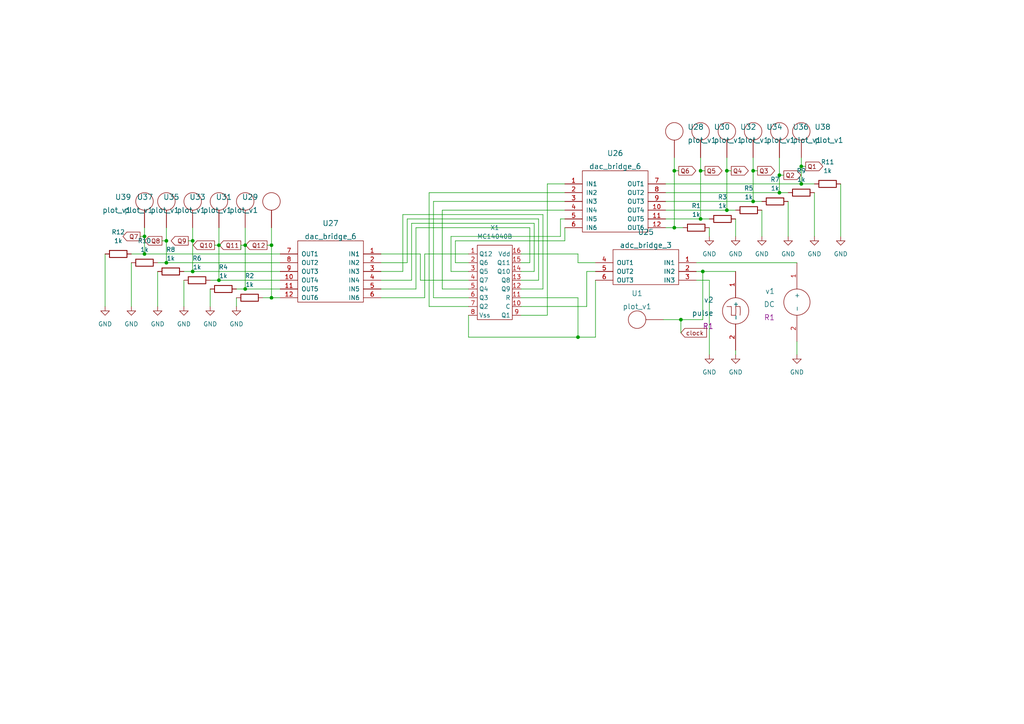
<source format=kicad_sch>
(kicad_sch (version 20211123) (generator eeschema)

  (uuid 6130691c-210f-4c1b-a5b4-75be114155d6)

  (paper "A4")

  (lib_symbols
    (symbol "eSim_Devices:resistor" (pin_numbers hide) (pin_names (offset 0)) (in_bom yes) (on_board yes)
      (property "Reference" "R" (id 0) (at 1.27 3.302 0)
        (effects (font (size 1.27 1.27)))
      )
      (property "Value" "resistor" (id 1) (at 1.27 -1.27 0)
        (effects (font (size 1.27 1.27)))
      )
      (property "Footprint" "" (id 2) (at 1.27 -0.508 0)
        (effects (font (size 0.762 0.762)))
      )
      (property "Datasheet" "" (id 3) (at 1.27 1.27 90)
        (effects (font (size 0.762 0.762)))
      )
      (property "ki_fp_filters" "R_* Resistor_*" (id 4) (at 0 0 0)
        (effects (font (size 1.27 1.27)) hide)
      )
      (symbol "resistor_0_1"
        (rectangle (start 3.81 0.254) (end -1.27 2.286)
          (stroke (width 0.254) (type default) (color 0 0 0 0))
          (fill (type none))
        )
      )
      (symbol "resistor_1_1"
        (pin passive line (at -2.54 1.27 0) (length 1.27)
          (name "~" (effects (font (size 1.524 1.524))))
          (number "1" (effects (font (size 1.524 1.524))))
        )
        (pin passive line (at 5.08 1.27 180) (length 1.27)
          (name "~" (effects (font (size 1.524 1.524))))
          (number "2" (effects (font (size 1.524 1.524))))
        )
      )
    )
    (symbol "eSim_Hybrid:adc_bridge_3" (pin_names (offset 1.016)) (in_bom yes) (on_board yes)
      (property "Reference" "U" (id 0) (at 0 0 0)
        (effects (font (size 1.524 1.524)))
      )
      (property "Value" "adc_bridge_3" (id 1) (at 0 3.81 0)
        (effects (font (size 1.524 1.524)))
      )
      (property "Footprint" "" (id 2) (at 0 0 0)
        (effects (font (size 1.524 1.524)))
      )
      (property "Datasheet" "" (id 3) (at 0 0 0)
        (effects (font (size 1.524 1.524)))
      )
      (symbol "adc_bridge_3_0_1"
        (rectangle (start -10.16 5.08) (end 8.89 -5.08)
          (stroke (width 0) (type default) (color 0 0 0 0))
          (fill (type none))
        )
      )
      (symbol "adc_bridge_3_1_1"
        (pin input line (at -15.24 1.27 0) (length 5.08)
          (name "IN1" (effects (font (size 1.27 1.27))))
          (number "1" (effects (font (size 1.27 1.27))))
        )
        (pin input line (at -15.24 -1.27 0) (length 5.08)
          (name "IN2" (effects (font (size 1.27 1.27))))
          (number "2" (effects (font (size 1.27 1.27))))
        )
        (pin input line (at -15.24 -3.81 0) (length 5.08)
          (name "IN3" (effects (font (size 1.27 1.27))))
          (number "3" (effects (font (size 1.27 1.27))))
        )
        (pin output line (at 13.97 1.27 180) (length 5.08)
          (name "OUT1" (effects (font (size 1.27 1.27))))
          (number "4" (effects (font (size 1.27 1.27))))
        )
        (pin output line (at 13.97 -1.27 180) (length 5.08)
          (name "OUT2" (effects (font (size 1.27 1.27))))
          (number "5" (effects (font (size 1.27 1.27))))
        )
        (pin output line (at 13.97 -3.81 180) (length 5.08)
          (name "OUT3" (effects (font (size 1.27 1.27))))
          (number "6" (effects (font (size 1.27 1.27))))
        )
      )
    )
    (symbol "eSim_Hybrid:dac_bridge_6" (pin_names (offset 1.016)) (in_bom yes) (on_board yes)
      (property "Reference" "U" (id 0) (at 0 0 0)
        (effects (font (size 1.524 1.524)))
      )
      (property "Value" "dac_bridge_6" (id 1) (at 0 3.81 0)
        (effects (font (size 1.524 1.524)))
      )
      (property "Footprint" "" (id 2) (at 0 0 0)
        (effects (font (size 1.524 1.524)))
      )
      (property "Datasheet" "" (id 3) (at 0 0 0)
        (effects (font (size 1.524 1.524)))
      )
      (symbol "dac_bridge_6_0_1"
        (rectangle (start -10.16 5.08) (end 8.89 -12.7)
          (stroke (width 0) (type default) (color 0 0 0 0))
          (fill (type none))
        )
      )
      (symbol "dac_bridge_6_1_1"
        (pin input line (at -15.24 1.27 0) (length 5.08)
          (name "IN1" (effects (font (size 1.27 1.27))))
          (number "1" (effects (font (size 1.27 1.27))))
        )
        (pin output line (at 13.97 -6.35 180) (length 5.08)
          (name "OUT4" (effects (font (size 1.27 1.27))))
          (number "10" (effects (font (size 1.27 1.27))))
        )
        (pin output line (at 13.97 -8.89 180) (length 5.08)
          (name "OUT5" (effects (font (size 1.27 1.27))))
          (number "11" (effects (font (size 1.27 1.27))))
        )
        (pin output line (at 13.97 -11.43 180) (length 5.08)
          (name "OUT6" (effects (font (size 1.27 1.27))))
          (number "12" (effects (font (size 1.27 1.27))))
        )
        (pin input line (at -15.24 -1.27 0) (length 5.08)
          (name "IN2" (effects (font (size 1.27 1.27))))
          (number "2" (effects (font (size 1.27 1.27))))
        )
        (pin input line (at -15.24 -3.81 0) (length 5.08)
          (name "IN3" (effects (font (size 1.27 1.27))))
          (number "3" (effects (font (size 1.27 1.27))))
        )
        (pin input line (at -15.24 -6.35 0) (length 5.08)
          (name "IN4" (effects (font (size 1.27 1.27))))
          (number "4" (effects (font (size 1.27 1.27))))
        )
        (pin input line (at -15.24 -8.89 0) (length 5.08)
          (name "IN5" (effects (font (size 1.27 1.27))))
          (number "5" (effects (font (size 1.27 1.27))))
        )
        (pin input line (at -15.24 -11.43 0) (length 5.08)
          (name "IN6" (effects (font (size 1.27 1.27))))
          (number "6" (effects (font (size 1.27 1.27))))
        )
        (pin output line (at 13.97 1.27 180) (length 5.08)
          (name "OUT1" (effects (font (size 1.27 1.27))))
          (number "7" (effects (font (size 1.27 1.27))))
        )
        (pin output line (at 13.97 -1.27 180) (length 5.08)
          (name "OUT2" (effects (font (size 1.27 1.27))))
          (number "8" (effects (font (size 1.27 1.27))))
        )
        (pin output line (at 13.97 -3.81 180) (length 5.08)
          (name "OUT3" (effects (font (size 1.27 1.27))))
          (number "9" (effects (font (size 1.27 1.27))))
        )
      )
    )
    (symbol "eSim_Plot:plot_v1" (pin_names (offset 1.016)) (in_bom yes) (on_board yes)
      (property "Reference" "U" (id 0) (at 0 12.7 0)
        (effects (font (size 1.524 1.524)))
      )
      (property "Value" "plot_v1" (id 1) (at 5.08 8.89 0)
        (effects (font (size 1.524 1.524)))
      )
      (property "Footprint" "" (id 2) (at 0 0 0)
        (effects (font (size 1.524 1.524)))
      )
      (property "Datasheet" "" (id 3) (at 0 0 0)
        (effects (font (size 1.524 1.524)))
      )
      (symbol "plot_v1_0_1"
        (circle (center 0 12.7) (radius 2.54)
          (stroke (width 0) (type default) (color 0 0 0 0))
          (fill (type none))
        )
      )
      (symbol "plot_v1_1_1"
        (pin input line (at 0 5.08 90) (length 5.08)
          (name "~" (effects (font (size 1.27 1.27))))
          (number "~" (effects (font (size 1.27 1.27))))
        )
      )
    )
    (symbol "eSim_Power:eSim_GND" (power) (pin_names (offset 0)) (in_bom yes) (on_board yes)
      (property "Reference" "#PWR" (id 0) (at 0 -6.35 0)
        (effects (font (size 1.27 1.27)) hide)
      )
      (property "Value" "eSim_GND" (id 1) (at 0 -3.81 0)
        (effects (font (size 1.27 1.27)))
      )
      (property "Footprint" "" (id 2) (at 0 0 0)
        (effects (font (size 1.27 1.27)) hide)
      )
      (property "Datasheet" "" (id 3) (at 0 0 0)
        (effects (font (size 1.27 1.27)) hide)
      )
      (symbol "eSim_GND_0_1"
        (polyline
          (pts
            (xy 0 0)
            (xy 0 -1.27)
            (xy 1.27 -1.27)
            (xy 0 -2.54)
            (xy -1.27 -1.27)
            (xy 0 -1.27)
          )
          (stroke (width 0) (type default) (color 0 0 0 0))
          (fill (type none))
        )
      )
      (symbol "eSim_GND_1_1"
        (pin power_in line (at 0 0 270) (length 0) hide
          (name "GND" (effects (font (size 1.27 1.27))))
          (number "1" (effects (font (size 1.27 1.27))))
        )
      )
    )
    (symbol "eSim_Sources:DC" (pin_names (offset 1.016)) (in_bom yes) (on_board yes)
      (property "Reference" "v" (id 0) (at -5.08 2.54 0)
        (effects (font (size 1.524 1.524)))
      )
      (property "Value" "DC" (id 1) (at -5.08 -1.27 0)
        (effects (font (size 1.524 1.524)))
      )
      (property "Footprint" "R1" (id 2) (at -7.62 0 0)
        (effects (font (size 1.524 1.524)))
      )
      (property "Datasheet" "" (id 3) (at 0 0 0)
        (effects (font (size 1.524 1.524)))
      )
      (property "ki_fp_filters" "1_pin" (id 4) (at 0 0 0)
        (effects (font (size 1.27 1.27)) hide)
      )
      (symbol "DC_0_1"
        (circle (center 0 0) (radius 3.81)
          (stroke (width 0) (type default) (color 0 0 0 0))
          (fill (type none))
        )
      )
      (symbol "DC_1_1"
        (pin power_out line (at 0 11.43 270) (length 7.62)
          (name "+" (effects (font (size 1.27 1.27))))
          (number "1" (effects (font (size 1.27 1.27))))
        )
        (pin power_out line (at 0 -11.43 90) (length 7.62)
          (name "-" (effects (font (size 1.27 1.27))))
          (number "2" (effects (font (size 1.27 1.27))))
        )
      )
    )
    (symbol "eSim_Sources:pulse" (pin_names (offset 1.016)) (in_bom yes) (on_board yes)
      (property "Reference" "v" (id 0) (at -5.08 2.54 0)
        (effects (font (size 1.524 1.524)))
      )
      (property "Value" "pulse" (id 1) (at -5.08 -1.27 0)
        (effects (font (size 1.524 1.524)))
      )
      (property "Footprint" "R1" (id 2) (at -7.62 0 0)
        (effects (font (size 1.524 1.524)))
      )
      (property "Datasheet" "" (id 3) (at 0 0 0)
        (effects (font (size 1.524 1.524)))
      )
      (property "ki_fp_filters" "1_pin" (id 4) (at 0 0 0)
        (effects (font (size 1.27 1.27)) hide)
      )
      (symbol "pulse_0_1"
        (arc (start -1.27 1.27) (mid -1.3491 0) (end -1.27 -1.27)
          (stroke (width 0) (type default) (color 0 0 0 0))
          (fill (type none))
        )
        (arc (start 0 -1.27) (mid 0.635 -1.2876) (end 1.27 -1.27)
          (stroke (width 0) (type default) (color 0 0 0 0))
          (fill (type none))
        )
        (circle (center 0 0) (radius 3.81)
          (stroke (width 0) (type default) (color 0 0 0 0))
          (fill (type none))
        )
        (arc (start 0 1.27) (mid -0.635 1.2859) (end -1.27 1.27)
          (stroke (width 0) (type default) (color 0 0 0 0))
          (fill (type none))
        )
        (arc (start 0 1.27) (mid -0.0703 0) (end 0 -1.27)
          (stroke (width 0) (type default) (color 0 0 0 0))
          (fill (type none))
        )
        (arc (start 1.27 1.27) (mid 1.2124 0) (end 1.27 -1.27)
          (stroke (width 0) (type default) (color 0 0 0 0))
          (fill (type none))
        )
        (arc (start 1.27 1.27) (mid 1.905 1.2556) (end 2.54 1.27)
          (stroke (width 0) (type default) (color 0 0 0 0))
          (fill (type none))
        )
      )
      (symbol "pulse_1_1"
        (pin passive line (at 0 11.43 270) (length 7.62)
          (name "+" (effects (font (size 1.27 1.27))))
          (number "1" (effects (font (size 1.27 1.27))))
        )
        (pin passive line (at 0 -11.43 90) (length 7.62)
          (name "-" (effects (font (size 1.27 1.27))))
          (number "2" (effects (font (size 1.27 1.27))))
        )
      )
    )
    (symbol "eSim_Subckt:MC14040B" (in_bom yes) (on_board yes)
      (property "Reference" "X" (id 0) (at 0 -11.43 0)
        (effects (font (size 1.27 1.27)))
      )
      (property "Value" "MC14040B" (id 1) (at 0 12.7 0)
        (effects (font (size 1.27 1.27)))
      )
      (property "Footprint" "" (id 2) (at 0 0 0)
        (effects (font (size 1.27 1.27)) hide)
      )
      (property "Datasheet" "" (id 3) (at 0 0 0)
        (effects (font (size 1.27 1.27)) hide)
      )
      (symbol "MC14040B_0_1"
        (rectangle (start -5.08 11.43) (end 5.08 -10.16)
          (stroke (width 0) (type default) (color 0 0 0 0))
          (fill (type none))
        )
      )
      (symbol "MC14040B_1_1"
        (pin output line (at -7.62 8.89 0) (length 2.54)
          (name "Q12" (effects (font (size 1.27 1.27))))
          (number "1" (effects (font (size 1.27 1.27))))
        )
        (pin input line (at 7.62 -6.35 180) (length 2.54)
          (name "C" (effects (font (size 1.27 1.27))))
          (number "10" (effects (font (size 1.27 1.27))))
        )
        (pin input line (at 7.62 -3.81 180) (length 2.54)
          (name "R" (effects (font (size 1.27 1.27))))
          (number "11" (effects (font (size 1.27 1.27))))
        )
        (pin output line (at 7.62 -1.27 180) (length 2.54)
          (name "Q9" (effects (font (size 1.27 1.27))))
          (number "12" (effects (font (size 1.27 1.27))))
        )
        (pin output line (at 7.62 1.27 180) (length 2.54)
          (name "Q8" (effects (font (size 1.27 1.27))))
          (number "13" (effects (font (size 1.27 1.27))))
        )
        (pin output line (at 7.62 3.81 180) (length 2.54)
          (name "Q10" (effects (font (size 1.27 1.27))))
          (number "14" (effects (font (size 1.27 1.27))))
        )
        (pin output line (at 7.62 6.35 180) (length 2.54)
          (name "Q11" (effects (font (size 1.27 1.27))))
          (number "15" (effects (font (size 1.27 1.27))))
        )
        (pin input line (at 7.62 8.89 180) (length 2.54)
          (name "Vdd" (effects (font (size 1.27 1.27))))
          (number "16" (effects (font (size 1.27 1.27))))
        )
        (pin output line (at -7.62 6.35 0) (length 2.54)
          (name "Q6" (effects (font (size 1.27 1.27))))
          (number "2" (effects (font (size 1.27 1.27))))
        )
        (pin output line (at -7.62 3.81 0) (length 2.54)
          (name "Q5" (effects (font (size 1.27 1.27))))
          (number "3" (effects (font (size 1.27 1.27))))
        )
        (pin output line (at -7.62 1.27 0) (length 2.54)
          (name "Q7" (effects (font (size 1.27 1.27))))
          (number "4" (effects (font (size 1.27 1.27))))
        )
        (pin output line (at -7.62 -1.27 0) (length 2.54)
          (name "Q4" (effects (font (size 1.27 1.27))))
          (number "5" (effects (font (size 1.27 1.27))))
        )
        (pin output line (at -7.62 -3.81 0) (length 2.54)
          (name "Q3" (effects (font (size 1.27 1.27))))
          (number "6" (effects (font (size 1.27 1.27))))
        )
        (pin output line (at -7.62 -6.35 0) (length 2.54)
          (name "Q2" (effects (font (size 1.27 1.27))))
          (number "7" (effects (font (size 1.27 1.27))))
        )
        (pin input line (at -7.62 -8.89 0) (length 2.54)
          (name "Vss" (effects (font (size 1.27 1.27))))
          (number "8" (effects (font (size 1.27 1.27))))
        )
        (pin output line (at 7.62 -8.89 180) (length 2.54)
          (name "Q1" (effects (font (size 1.27 1.27))))
          (number "9" (effects (font (size 1.27 1.27))))
        )
      )
    )
  )

  (junction (at 78.74 86.36) (diameter 0) (color 0 0 0 0)
    (uuid 177edc3d-d53d-4b39-aea2-7622e32c7c45)
  )
  (junction (at 71.12 71.12) (diameter 0) (color 0 0 0 0)
    (uuid 297084f7-fe39-448d-aebc-91b402efae51)
  )
  (junction (at 167.64 97.79) (diameter 0) (color 0 0 0 0)
    (uuid 2b0c925a-27b6-443a-9c3d-709926b61e2d)
  )
  (junction (at 63.5 81.28) (diameter 0) (color 0 0 0 0)
    (uuid 2d53c7fb-55f3-4078-9a53-5547793dd6f3)
  )
  (junction (at 55.88 69.85) (diameter 0) (color 0 0 0 0)
    (uuid 3ca22b15-412c-4d60-8f38-6de5f0158f93)
  )
  (junction (at 203.835 78.74) (diameter 0) (color 0 0 0 0)
    (uuid 4d308508-39e5-4492-b954-eb63c096d974)
  )
  (junction (at 195.58 49.53) (diameter 0) (color 0 0 0 0)
    (uuid 5e935621-9445-4a24-8285-b943d2cf913a)
  )
  (junction (at 232.41 48.26) (diameter 0) (color 0 0 0 0)
    (uuid 6038df96-c8c7-472d-8c9d-d404a5f8dbb4)
  )
  (junction (at 226.06 55.88) (diameter 0) (color 0 0 0 0)
    (uuid 689f548f-26f5-47f2-8070-0cb9334b15fc)
  )
  (junction (at 218.44 58.42) (diameter 0) (color 0 0 0 0)
    (uuid 70e516c4-d950-4855-b2df-06870078ee45)
  )
  (junction (at 71.12 83.82) (diameter 0) (color 0 0 0 0)
    (uuid 77e8763d-9f1d-4795-a3d9-aa836fbbdbad)
  )
  (junction (at 226.06 50.8) (diameter 0) (color 0 0 0 0)
    (uuid 78fffb4b-b978-4433-8b6e-df5b8baf0709)
  )
  (junction (at 55.88 78.74) (diameter 0) (color 0 0 0 0)
    (uuid 79c7c7bc-66a2-4986-87d4-bced10524d70)
  )
  (junction (at 203.2 49.53) (diameter 0) (color 0 0 0 0)
    (uuid 83561b7b-13b9-4c2d-ad0d-e8504cd216cb)
  )
  (junction (at 41.91 73.66) (diameter 0) (color 0 0 0 0)
    (uuid 8b2eac00-aa17-46e8-aa48-ffd0e5480fc0)
  )
  (junction (at 41.91 68.58) (diameter 0) (color 0 0 0 0)
    (uuid 8bbdd6a8-58f4-45b6-bd53-44d0da78b9d0)
  )
  (junction (at 195.58 66.04) (diameter 0) (color 0 0 0 0)
    (uuid 8e439449-b9ba-44b7-bfea-e7b098a4fffa)
  )
  (junction (at 78.74 71.12) (diameter 0) (color 0 0 0 0)
    (uuid 93a13f08-22f0-4b66-ad08-15f36617bbf3)
  )
  (junction (at 232.41 53.34) (diameter 0) (color 0 0 0 0)
    (uuid 99fe1453-aee9-41e4-bfd7-acc353fa3c3b)
  )
  (junction (at 210.82 49.53) (diameter 0) (color 0 0 0 0)
    (uuid aa4bb65a-dbc3-4858-91c8-9fe880ab54f2)
  )
  (junction (at 197.485 92.71) (diameter 0) (color 0 0 0 0)
    (uuid b9ff406c-e8c6-4ce0-a185-cf56d80485bc)
  )
  (junction (at 63.5 71.12) (diameter 0) (color 0 0 0 0)
    (uuid d1551776-8c7f-4fbc-8b07-84e2cfab3e99)
  )
  (junction (at 48.26 69.85) (diameter 0) (color 0 0 0 0)
    (uuid dbf87560-7021-4140-b147-3bea1f4e3125)
  )
  (junction (at 48.26 76.2) (diameter 0) (color 0 0 0 0)
    (uuid dfe5153d-0640-476a-b0e7-5ca3aac67335)
  )
  (junction (at 218.44 49.53) (diameter 0) (color 0 0 0 0)
    (uuid eb34e05f-ab35-4b4b-9033-a6a23d307115)
  )
  (junction (at 210.82 60.96) (diameter 0) (color 0 0 0 0)
    (uuid f631115b-9fba-456d-b10e-68ba6bbe03c4)
  )
  (junction (at 203.2 63.5) (diameter 0) (color 0 0 0 0)
    (uuid ffb1344e-5122-4c25-ab62-47f6e3a82994)
  )

  (wire (pts (xy 110.49 86.36) (xy 123.19 86.36))
    (stroke (width 0) (type default) (color 0 0 0 0))
    (uuid 01bda1b0-f9d4-4336-91c2-b0c9a0a07625)
  )
  (wire (pts (xy 172.72 97.79) (xy 167.64 97.79))
    (stroke (width 0) (type default) (color 0 0 0 0))
    (uuid 01f4d77c-2fa7-4f3c-84f3-f38174c4f9aa)
  )
  (wire (pts (xy 232.41 48.26) (xy 232.41 53.34))
    (stroke (width 0) (type default) (color 0 0 0 0))
    (uuid 01fb6b46-86e0-469e-b246-f5ffa2f3fa2e)
  )
  (wire (pts (xy 78.74 66.04) (xy 78.74 71.12))
    (stroke (width 0) (type default) (color 0 0 0 0))
    (uuid 040bf3b1-0539-49ef-acc2-d8fe3995898c)
  )
  (wire (pts (xy 78.74 86.36) (xy 76.2 86.36))
    (stroke (width 0) (type default) (color 0 0 0 0))
    (uuid 0c12c3ae-6197-4a27-b24f-6035259d661b)
  )
  (wire (pts (xy 63.5 71.12) (xy 62.23 71.12))
    (stroke (width 0) (type default) (color 0 0 0 0))
    (uuid 0cbfe9f5-7cb6-4783-aa5a-c398a9718acb)
  )
  (wire (pts (xy 210.82 45.72) (xy 210.82 49.53))
    (stroke (width 0) (type default) (color 0 0 0 0))
    (uuid 0d5c3cf8-f316-4c60-a265-06c6f7fbab8a)
  )
  (wire (pts (xy 193.04 58.42) (xy 218.44 58.42))
    (stroke (width 0) (type default) (color 0 0 0 0))
    (uuid 0e1d3788-b0b7-4d5c-9ca2-7d3dd3621578)
  )
  (wire (pts (xy 135.89 78.74) (xy 130.81 78.74))
    (stroke (width 0) (type default) (color 0 0 0 0))
    (uuid 17783c77-72a1-449f-8982-5f3e5a44e9ed)
  )
  (wire (pts (xy 218.44 49.53) (xy 218.44 58.42))
    (stroke (width 0) (type default) (color 0 0 0 0))
    (uuid 18760c18-e93e-45bd-b358-91e4a16765bc)
  )
  (wire (pts (xy 125.73 58.42) (xy 125.73 86.36))
    (stroke (width 0) (type default) (color 0 0 0 0))
    (uuid 18f58da4-634f-4414-845d-69e697c4a461)
  )
  (wire (pts (xy 163.83 55.88) (xy 124.46 55.88))
    (stroke (width 0) (type default) (color 0 0 0 0))
    (uuid 196ff313-1109-4a08-96ea-078495d66ea4)
  )
  (wire (pts (xy 68.58 86.36) (xy 68.58 88.9))
    (stroke (width 0) (type default) (color 0 0 0 0))
    (uuid 1a2a3bf1-b70b-4426-93d3-4cff90185e81)
  )
  (wire (pts (xy 210.82 49.53) (xy 212.09 49.53))
    (stroke (width 0) (type default) (color 0 0 0 0))
    (uuid 1a543151-2ec9-41da-9914-cabff2c97796)
  )
  (wire (pts (xy 81.28 81.28) (xy 63.5 81.28))
    (stroke (width 0) (type default) (color 0 0 0 0))
    (uuid 1d349854-e20e-4daf-9217-73f5f6106e36)
  )
  (wire (pts (xy 128.27 60.96) (xy 163.83 60.96))
    (stroke (width 0) (type default) (color 0 0 0 0))
    (uuid 1d40dd7e-c32b-4e2e-90cd-0bb7737caa0b)
  )
  (wire (pts (xy 163.83 58.42) (xy 125.73 58.42))
    (stroke (width 0) (type default) (color 0 0 0 0))
    (uuid 1f837a05-283c-4419-86c3-8a7aa9c164b1)
  )
  (wire (pts (xy 120.65 83.82) (xy 120.65 66.04))
    (stroke (width 0) (type default) (color 0 0 0 0))
    (uuid 21666d3c-ec92-44ef-a16d-47ac6ee27157)
  )
  (wire (pts (xy 123.19 73.66) (xy 135.89 73.66))
    (stroke (width 0) (type default) (color 0 0 0 0))
    (uuid 21715b76-38df-47df-a1a4-818824110a32)
  )
  (wire (pts (xy 167.64 97.79) (xy 135.89 97.79))
    (stroke (width 0) (type default) (color 0 0 0 0))
    (uuid 21a3d99a-3c3b-4528-af14-ecd381c14019)
  )
  (wire (pts (xy 110.49 73.66) (xy 121.92 73.66))
    (stroke (width 0) (type default) (color 0 0 0 0))
    (uuid 22df432c-bcb5-49c4-bac6-455e21f1b8b9)
  )
  (wire (pts (xy 110.49 81.28) (xy 119.38 81.28))
    (stroke (width 0) (type default) (color 0 0 0 0))
    (uuid 25737fce-a672-4045-bf7e-21e93b287967)
  )
  (wire (pts (xy 193.04 66.04) (xy 195.58 66.04))
    (stroke (width 0) (type default) (color 0 0 0 0))
    (uuid 25f73890-873c-4022-bdea-fc0aa6dcdac5)
  )
  (wire (pts (xy 218.44 58.42) (xy 220.98 58.42))
    (stroke (width 0) (type default) (color 0 0 0 0))
    (uuid 2bbad31b-4878-4621-8b1d-65e9a3cd055a)
  )
  (wire (pts (xy 48.26 69.85) (xy 48.26 76.2))
    (stroke (width 0) (type default) (color 0 0 0 0))
    (uuid 2bcc73ea-42a0-4ad7-bbe4-2ddd8b4b08c5)
  )
  (wire (pts (xy 81.28 86.36) (xy 78.74 86.36))
    (stroke (width 0) (type default) (color 0 0 0 0))
    (uuid 2f1f9317-4ee7-44ea-84c3-7e4458fb9ba7)
  )
  (wire (pts (xy 55.88 69.85) (xy 54.61 69.85))
    (stroke (width 0) (type default) (color 0 0 0 0))
    (uuid 2fd8a808-4195-4625-a836-7e33a5a5f270)
  )
  (wire (pts (xy 156.21 63.5) (xy 156.21 81.28))
    (stroke (width 0) (type default) (color 0 0 0 0))
    (uuid 3312f908-12e8-49eb-ac22-dacf34da4211)
  )
  (wire (pts (xy 195.58 49.53) (xy 195.58 66.04))
    (stroke (width 0) (type default) (color 0 0 0 0))
    (uuid 36bbaee1-6a3c-485b-afc4-5f04dfd37d42)
  )
  (wire (pts (xy 167.64 86.36) (xy 167.64 97.79))
    (stroke (width 0) (type default) (color 0 0 0 0))
    (uuid 37a6e787-f34a-4ff7-9180-89aead36c6dc)
  )
  (wire (pts (xy 243.84 53.34) (xy 243.84 68.58))
    (stroke (width 0) (type default) (color 0 0 0 0))
    (uuid 38bbe696-53df-443a-af90-5dc6de720a68)
  )
  (wire (pts (xy 154.94 78.74) (xy 151.13 78.74))
    (stroke (width 0) (type default) (color 0 0 0 0))
    (uuid 38c97b0f-781c-4e6b-b88a-e1553cb075a9)
  )
  (wire (pts (xy 151.13 91.44) (xy 158.75 91.44))
    (stroke (width 0) (type default) (color 0 0 0 0))
    (uuid 3991bb51-b02b-42c0-8ee0-9964e96d442e)
  )
  (wire (pts (xy 121.92 73.66) (xy 121.92 81.28))
    (stroke (width 0) (type default) (color 0 0 0 0))
    (uuid 3a7b95ca-aaa3-4618-8ae9-3b4cfa6bf497)
  )
  (wire (pts (xy 203.835 92.71) (xy 203.835 78.74))
    (stroke (width 0) (type default) (color 0 0 0 0))
    (uuid 3be62291-86c6-4385-9a0d-2804b76fa42d)
  )
  (wire (pts (xy 60.96 83.82) (xy 60.96 88.9))
    (stroke (width 0) (type default) (color 0 0 0 0))
    (uuid 40c28020-2039-42d5-944c-11526f10f60f)
  )
  (wire (pts (xy 192.405 92.71) (xy 197.485 92.71))
    (stroke (width 0) (type default) (color 0 0 0 0))
    (uuid 47b87982-0d9c-4617-bea2-2d4bf89c0489)
  )
  (wire (pts (xy 195.58 66.04) (xy 198.12 66.04))
    (stroke (width 0) (type default) (color 0 0 0 0))
    (uuid 4b573bba-7ba8-4074-b263-9f8efe8f5ba5)
  )
  (wire (pts (xy 232.41 48.26) (xy 233.68 48.26))
    (stroke (width 0) (type default) (color 0 0 0 0))
    (uuid 50c8853d-a8d8-4771-a0c9-242d53fd9eb5)
  )
  (wire (pts (xy 203.2 49.53) (xy 203.2 63.5))
    (stroke (width 0) (type default) (color 0 0 0 0))
    (uuid 545ba8e7-2b94-4437-81a4-ac2b6dfe2ebf)
  )
  (wire (pts (xy 193.04 55.88) (xy 226.06 55.88))
    (stroke (width 0) (type default) (color 0 0 0 0))
    (uuid 547ac886-d9b9-416a-9165-c62f22173d11)
  )
  (wire (pts (xy 232.41 45.72) (xy 232.41 48.26))
    (stroke (width 0) (type default) (color 0 0 0 0))
    (uuid 56725649-cb36-4edc-a43f-cbe403fddc12)
  )
  (wire (pts (xy 172.72 76.2) (xy 167.64 76.2))
    (stroke (width 0) (type default) (color 0 0 0 0))
    (uuid 588fc153-be0a-4be1-8bb6-e5b9289c629a)
  )
  (wire (pts (xy 48.26 76.2) (xy 45.72 76.2))
    (stroke (width 0) (type default) (color 0 0 0 0))
    (uuid 5d989338-3d6c-4a71-ba99-810dee6d39fe)
  )
  (wire (pts (xy 110.49 83.82) (xy 120.65 83.82))
    (stroke (width 0) (type default) (color 0 0 0 0))
    (uuid 5eb326a0-5465-4c8f-8f77-30bfccaec4e4)
  )
  (wire (pts (xy 218.44 45.72) (xy 218.44 49.53))
    (stroke (width 0) (type default) (color 0 0 0 0))
    (uuid 60777b6e-4684-430f-aa74-576c8f51f9e8)
  )
  (wire (pts (xy 120.65 66.04) (xy 153.67 66.04))
    (stroke (width 0) (type default) (color 0 0 0 0))
    (uuid 6123026d-4c2e-4879-b074-e8ac566654b0)
  )
  (wire (pts (xy 205.74 81.28) (xy 201.93 81.28))
    (stroke (width 0) (type default) (color 0 0 0 0))
    (uuid 63387bb6-1602-4d3c-9e95-3154c38c2668)
  )
  (wire (pts (xy 218.44 49.53) (xy 219.71 49.53))
    (stroke (width 0) (type default) (color 0 0 0 0))
    (uuid 64e00dcb-7a3a-4d43-9b38-691bf8da324a)
  )
  (wire (pts (xy 41.91 68.58) (xy 40.64 68.58))
    (stroke (width 0) (type default) (color 0 0 0 0))
    (uuid 6724a4f7-bec2-47a6-b945-e9ba600aad78)
  )
  (wire (pts (xy 153.67 66.04) (xy 153.67 76.2))
    (stroke (width 0) (type default) (color 0 0 0 0))
    (uuid 67a2a403-b1df-4521-a165-1b5bec5e7359)
  )
  (wire (pts (xy 125.73 86.36) (xy 135.89 86.36))
    (stroke (width 0) (type default) (color 0 0 0 0))
    (uuid 699f9c78-396e-4aec-93f6-d3e79f103480)
  )
  (wire (pts (xy 118.11 63.5) (xy 156.21 63.5))
    (stroke (width 0) (type default) (color 0 0 0 0))
    (uuid 6a6eb20f-68cc-468e-ac9b-2c89d00326c1)
  )
  (wire (pts (xy 205.74 66.04) (xy 205.74 68.58))
    (stroke (width 0) (type default) (color 0 0 0 0))
    (uuid 728c87ec-0698-46f7-a74c-bc9f8dd94e62)
  )
  (wire (pts (xy 236.22 55.88) (xy 236.22 68.58))
    (stroke (width 0) (type default) (color 0 0 0 0))
    (uuid 736cfe9b-421d-4b83-b8c4-ee3ceab2ec70)
  )
  (wire (pts (xy 170.18 88.9) (xy 151.13 88.9))
    (stroke (width 0) (type default) (color 0 0 0 0))
    (uuid 73ab1aa2-084d-407b-8750-bacf2c267f38)
  )
  (wire (pts (xy 158.75 53.34) (xy 158.75 91.44))
    (stroke (width 0) (type default) (color 0 0 0 0))
    (uuid 74b94702-669c-4a5f-86a1-a316d316e6ec)
  )
  (wire (pts (xy 130.81 78.74) (xy 130.81 68.58))
    (stroke (width 0) (type default) (color 0 0 0 0))
    (uuid 77345b18-7163-4138-8601-7cb5fdee8f60)
  )
  (wire (pts (xy 193.04 63.5) (xy 203.2 63.5))
    (stroke (width 0) (type default) (color 0 0 0 0))
    (uuid 78723984-adf7-47a0-9178-86fc5d2ab251)
  )
  (wire (pts (xy 71.12 83.82) (xy 68.58 83.82))
    (stroke (width 0) (type default) (color 0 0 0 0))
    (uuid 7c06a6fc-aaf3-435e-94cd-8dc5af05917c)
  )
  (wire (pts (xy 203.835 78.74) (xy 201.93 78.74))
    (stroke (width 0) (type default) (color 0 0 0 0))
    (uuid 7c3a7909-88ec-4b25-9c9c-7e13f40f1d64)
  )
  (wire (pts (xy 210.82 49.53) (xy 210.82 60.96))
    (stroke (width 0) (type default) (color 0 0 0 0))
    (uuid 7f67f08b-d0e8-42e0-b2db-9cef0d643d89)
  )
  (wire (pts (xy 132.08 69.85) (xy 132.08 76.2))
    (stroke (width 0) (type default) (color 0 0 0 0))
    (uuid 7f8aa95f-e85f-411e-aeaa-af9ef02c65d3)
  )
  (wire (pts (xy 121.92 81.28) (xy 135.89 81.28))
    (stroke (width 0) (type default) (color 0 0 0 0))
    (uuid 812bee28-a2ce-4bf5-ab87-eef7d4938247)
  )
  (wire (pts (xy 55.88 78.74) (xy 53.34 78.74))
    (stroke (width 0) (type default) (color 0 0 0 0))
    (uuid 818d8f6a-dc93-4dea-82db-7b35b04479c8)
  )
  (wire (pts (xy 172.72 78.74) (xy 170.18 78.74))
    (stroke (width 0) (type default) (color 0 0 0 0))
    (uuid 84d4f89b-9455-4c7d-8f53-7f6e8a6e1947)
  )
  (wire (pts (xy 110.49 76.2) (xy 118.11 76.2))
    (stroke (width 0) (type default) (color 0 0 0 0))
    (uuid 89672484-c813-4319-9806-8dc802c91c16)
  )
  (wire (pts (xy 71.12 71.12) (xy 69.85 71.12))
    (stroke (width 0) (type default) (color 0 0 0 0))
    (uuid 8abaa463-3832-4d74-baad-e1a8eeca65c5)
  )
  (wire (pts (xy 231.14 99.06) (xy 231.14 102.87))
    (stroke (width 0) (type default) (color 0 0 0 0))
    (uuid 8c8cf37c-2ae1-4d9a-a753-3180862f509c)
  )
  (wire (pts (xy 41.91 66.04) (xy 41.91 68.58))
    (stroke (width 0) (type default) (color 0 0 0 0))
    (uuid 8dca4cc0-e114-449b-a443-95dabbb57c12)
  )
  (wire (pts (xy 69.85 71.12) (xy 69.85 72.39))
    (stroke (width 0) (type default) (color 0 0 0 0))
    (uuid 8fa70245-587d-4ee1-b517-fcb2f326e0f6)
  )
  (wire (pts (xy 220.98 60.96) (xy 220.98 68.58))
    (stroke (width 0) (type default) (color 0 0 0 0))
    (uuid 94f22816-66bc-4572-a838-621e489a997d)
  )
  (wire (pts (xy 81.28 83.82) (xy 71.12 83.82))
    (stroke (width 0) (type default) (color 0 0 0 0))
    (uuid 96bdc087-37c2-4f0e-bf7a-2510d0bd592d)
  )
  (wire (pts (xy 55.88 66.04) (xy 55.88 69.85))
    (stroke (width 0) (type default) (color 0 0 0 0))
    (uuid 982ada56-5f2a-4c6e-9410-a4185a5d119b)
  )
  (wire (pts (xy 130.81 68.58) (xy 162.56 68.58))
    (stroke (width 0) (type default) (color 0 0 0 0))
    (uuid 99395310-0f83-4930-9c16-64f941348765)
  )
  (wire (pts (xy 81.28 76.2) (xy 48.26 76.2))
    (stroke (width 0) (type default) (color 0 0 0 0))
    (uuid 99ee1a5f-e7bf-4a89-8eec-ae942220c1b7)
  )
  (wire (pts (xy 197.485 92.71) (xy 197.485 96.52))
    (stroke (width 0) (type default) (color 0 0 0 0))
    (uuid 99f3d4c0-d79d-45dd-aaa6-b66aa99f7c03)
  )
  (wire (pts (xy 203.2 45.72) (xy 203.2 49.53))
    (stroke (width 0) (type default) (color 0 0 0 0))
    (uuid 9a75e363-bfb3-4458-96df-e7ed14c047be)
  )
  (wire (pts (xy 119.38 64.77) (xy 154.94 64.77))
    (stroke (width 0) (type default) (color 0 0 0 0))
    (uuid 9b6c6fe6-f040-41c4-a478-8d21b02310bf)
  )
  (wire (pts (xy 45.72 78.74) (xy 45.72 88.9))
    (stroke (width 0) (type default) (color 0 0 0 0))
    (uuid 9cf1f09a-5754-4c0d-92c3-427954fec98b)
  )
  (wire (pts (xy 193.04 60.96) (xy 210.82 60.96))
    (stroke (width 0) (type default) (color 0 0 0 0))
    (uuid 9dbfcdc1-41ae-467b-9846-5a6cdae859dd)
  )
  (wire (pts (xy 116.84 78.74) (xy 116.84 62.23))
    (stroke (width 0) (type default) (color 0 0 0 0))
    (uuid 9f326de2-58ff-46ae-90b1-95abf3958cf5)
  )
  (wire (pts (xy 163.83 53.34) (xy 158.75 53.34))
    (stroke (width 0) (type default) (color 0 0 0 0))
    (uuid a0256e72-e879-4aad-9bf9-85d6b762baf6)
  )
  (wire (pts (xy 116.84 62.23) (xy 157.48 62.23))
    (stroke (width 0) (type default) (color 0 0 0 0))
    (uuid a15d5a6e-83fd-40d3-9e88-ba19246c3dae)
  )
  (wire (pts (xy 118.11 76.2) (xy 118.11 63.5))
    (stroke (width 0) (type default) (color 0 0 0 0))
    (uuid a2fd6e00-944e-4d87-b0f6-e46feee1f86b)
  )
  (wire (pts (xy 63.5 66.04) (xy 63.5 71.12))
    (stroke (width 0) (type default) (color 0 0 0 0))
    (uuid a39771fa-43ea-4f05-bd5d-10141ee42401)
  )
  (wire (pts (xy 81.28 73.66) (xy 41.91 73.66))
    (stroke (width 0) (type default) (color 0 0 0 0))
    (uuid a4230e13-eb9c-48ec-838c-292058f6ad99)
  )
  (wire (pts (xy 167.64 76.2) (xy 167.64 73.66))
    (stroke (width 0) (type default) (color 0 0 0 0))
    (uuid a4b97268-3c4d-45d3-b118-b39d43c2b16b)
  )
  (wire (pts (xy 132.08 76.2) (xy 135.89 76.2))
    (stroke (width 0) (type default) (color 0 0 0 0))
    (uuid a5c5b265-1825-4280-a701-881734870426)
  )
  (wire (pts (xy 38.1 76.2) (xy 38.1 88.9))
    (stroke (width 0) (type default) (color 0 0 0 0))
    (uuid ab417826-47e4-4c7a-bc74-c9f1448995b5)
  )
  (wire (pts (xy 151.13 83.82) (xy 157.48 83.82))
    (stroke (width 0) (type default) (color 0 0 0 0))
    (uuid ad7f41a5-4d63-4a85-974f-61cd98b7003d)
  )
  (wire (pts (xy 226.06 55.88) (xy 228.6 55.88))
    (stroke (width 0) (type default) (color 0 0 0 0))
    (uuid adbdb1ba-a707-48ee-b1bd-df402992920a)
  )
  (wire (pts (xy 151.13 73.66) (xy 167.64 73.66))
    (stroke (width 0) (type default) (color 0 0 0 0))
    (uuid af895486-395c-43e2-adf9-cc9084f6395d)
  )
  (wire (pts (xy 48.26 66.04) (xy 48.26 69.85))
    (stroke (width 0) (type default) (color 0 0 0 0))
    (uuid afb841f9-7af2-4d16-b60d-2a763969791b)
  )
  (wire (pts (xy 157.48 62.23) (xy 157.48 83.82))
    (stroke (width 0) (type default) (color 0 0 0 0))
    (uuid b03ccfca-9b60-44a0-bcfc-58d233e007c7)
  )
  (wire (pts (xy 226.06 50.8) (xy 227.33 50.8))
    (stroke (width 0) (type default) (color 0 0 0 0))
    (uuid b777ea85-6c02-4c24-bed7-f43e0e39bfea)
  )
  (wire (pts (xy 197.485 92.71) (xy 203.835 92.71))
    (stroke (width 0) (type default) (color 0 0 0 0))
    (uuid b85ae503-7644-4dd0-8874-59b82ad6eeef)
  )
  (wire (pts (xy 135.89 83.82) (xy 128.27 83.82))
    (stroke (width 0) (type default) (color 0 0 0 0))
    (uuid b8832b46-552e-42aa-b141-9597f92331d4)
  )
  (wire (pts (xy 170.18 78.74) (xy 170.18 88.9))
    (stroke (width 0) (type default) (color 0 0 0 0))
    (uuid b88a4fd7-8948-4eae-bdac-871e62a9930d)
  )
  (wire (pts (xy 151.13 86.36) (xy 167.64 86.36))
    (stroke (width 0) (type default) (color 0 0 0 0))
    (uuid b90c7c3b-ee29-4124-98d0-53ea60b095fd)
  )
  (wire (pts (xy 213.36 78.74) (xy 203.835 78.74))
    (stroke (width 0) (type default) (color 0 0 0 0))
    (uuid bac6b4ec-88db-4f15-ac99-7765a089c1e7)
  )
  (wire (pts (xy 210.82 60.96) (xy 213.36 60.96))
    (stroke (width 0) (type default) (color 0 0 0 0))
    (uuid bc06c159-0d91-40f3-9dcc-e59bb52a7a65)
  )
  (wire (pts (xy 163.83 69.85) (xy 132.08 69.85))
    (stroke (width 0) (type default) (color 0 0 0 0))
    (uuid bc13eeae-d9ca-41f3-abc6-63aa06f04e55)
  )
  (wire (pts (xy 232.41 53.34) (xy 236.22 53.34))
    (stroke (width 0) (type default) (color 0 0 0 0))
    (uuid c3beb8bb-2f1a-49dd-9c68-13879bc6a7c5)
  )
  (wire (pts (xy 110.49 78.74) (xy 116.84 78.74))
    (stroke (width 0) (type default) (color 0 0 0 0))
    (uuid c57351e8-b15b-42d0-bc95-9d973f3ac7a3)
  )
  (wire (pts (xy 41.91 73.66) (xy 38.1 73.66))
    (stroke (width 0) (type default) (color 0 0 0 0))
    (uuid c641bb30-3e35-4a42-b34a-ca6c1764cd29)
  )
  (wire (pts (xy 228.6 58.42) (xy 228.6 68.58))
    (stroke (width 0) (type default) (color 0 0 0 0))
    (uuid c814baf7-ed57-4a30-b98e-ff4e5ca4fed3)
  )
  (wire (pts (xy 226.06 50.8) (xy 226.06 55.88))
    (stroke (width 0) (type default) (color 0 0 0 0))
    (uuid c92e95a3-abf7-40ba-bff4-e0e5aa58e602)
  )
  (wire (pts (xy 124.46 88.9) (xy 135.89 88.9))
    (stroke (width 0) (type default) (color 0 0 0 0))
    (uuid c94956b1-7504-4c98-ac00-a2426abd60b1)
  )
  (wire (pts (xy 124.46 55.88) (xy 124.46 88.9))
    (stroke (width 0) (type default) (color 0 0 0 0))
    (uuid cec4764f-210d-417b-bf3d-dfd813cd8b24)
  )
  (wire (pts (xy 55.88 69.85) (xy 55.88 78.74))
    (stroke (width 0) (type default) (color 0 0 0 0))
    (uuid d03a7ce3-9fbc-448b-97f8-8b61513cb6af)
  )
  (wire (pts (xy 195.58 45.72) (xy 195.58 49.53))
    (stroke (width 0) (type default) (color 0 0 0 0))
    (uuid d1f1cc91-f409-4c98-94f2-40ac3d48970c)
  )
  (wire (pts (xy 41.91 68.58) (xy 41.91 73.66))
    (stroke (width 0) (type default) (color 0 0 0 0))
    (uuid d28f2f39-aa6c-4639-9e04-7ed4aef41951)
  )
  (wire (pts (xy 193.04 53.34) (xy 232.41 53.34))
    (stroke (width 0) (type default) (color 0 0 0 0))
    (uuid dab72b27-3c04-4d85-b330-cdb80b9c7a20)
  )
  (wire (pts (xy 203.2 49.53) (xy 204.47 49.53))
    (stroke (width 0) (type default) (color 0 0 0 0))
    (uuid dac1d40c-f72f-420e-b87f-2f2af79729a4)
  )
  (wire (pts (xy 119.38 81.28) (xy 119.38 64.77))
    (stroke (width 0) (type default) (color 0 0 0 0))
    (uuid deeaa5b8-664c-4021-923b-078cd0f4d265)
  )
  (wire (pts (xy 195.58 49.53) (xy 196.85 49.53))
    (stroke (width 0) (type default) (color 0 0 0 0))
    (uuid e2f9aca9-d226-4209-882d-8bfa65e422ff)
  )
  (wire (pts (xy 78.74 71.12) (xy 77.47 71.12))
    (stroke (width 0) (type default) (color 0 0 0 0))
    (uuid e3a14616-ff70-4e0d-9fbe-3f98ab638172)
  )
  (wire (pts (xy 151.13 76.2) (xy 153.67 76.2))
    (stroke (width 0) (type default) (color 0 0 0 0))
    (uuid e43cdbd3-73fa-49f6-baf3-6e461b573638)
  )
  (wire (pts (xy 154.94 64.77) (xy 154.94 78.74))
    (stroke (width 0) (type default) (color 0 0 0 0))
    (uuid e6e4cd7b-2af2-431e-9108-5dfb9a431a1e)
  )
  (wire (pts (xy 203.2 63.5) (xy 205.74 63.5))
    (stroke (width 0) (type default) (color 0 0 0 0))
    (uuid e6ee8ead-b24f-49d8-8dca-371c1d6eb67f)
  )
  (wire (pts (xy 163.83 66.04) (xy 163.83 69.85))
    (stroke (width 0) (type default) (color 0 0 0 0))
    (uuid e8be0d25-349f-43ec-93b4-e0727e0cda39)
  )
  (wire (pts (xy 78.74 71.12) (xy 78.74 86.36))
    (stroke (width 0) (type default) (color 0 0 0 0))
    (uuid e9032145-03f2-408f-bee1-db7a6f4af4cc)
  )
  (wire (pts (xy 63.5 71.12) (xy 63.5 81.28))
    (stroke (width 0) (type default) (color 0 0 0 0))
    (uuid ea88d92e-130b-4cbb-9b6b-e2804338b9c8)
  )
  (wire (pts (xy 226.06 45.72) (xy 226.06 50.8))
    (stroke (width 0) (type default) (color 0 0 0 0))
    (uuid eb36f29d-911c-404e-a1d7-fea7676a07e7)
  )
  (wire (pts (xy 135.89 97.79) (xy 135.89 91.44))
    (stroke (width 0) (type default) (color 0 0 0 0))
    (uuid ebc2267e-8413-4f07-af6b-4c75084a3de6)
  )
  (wire (pts (xy 30.48 73.66) (xy 30.48 88.9))
    (stroke (width 0) (type default) (color 0 0 0 0))
    (uuid ee417f0d-11c4-4edd-93b2-5ef4d80da25c)
  )
  (wire (pts (xy 63.5 81.28) (xy 60.96 81.28))
    (stroke (width 0) (type default) (color 0 0 0 0))
    (uuid eecb25f3-9454-4d3e-a5f4-ccec94b57e81)
  )
  (wire (pts (xy 53.34 81.28) (xy 53.34 88.9))
    (stroke (width 0) (type default) (color 0 0 0 0))
    (uuid eee6fcc4-f0a9-4260-8d6d-2be6e6200463)
  )
  (wire (pts (xy 162.56 68.58) (xy 162.56 63.5))
    (stroke (width 0) (type default) (color 0 0 0 0))
    (uuid efbdc203-e33f-4fbd-a0d2-d20544dea7e5)
  )
  (wire (pts (xy 48.26 69.85) (xy 46.99 69.85))
    (stroke (width 0) (type default) (color 0 0 0 0))
    (uuid f017fab5-117e-40c4-bd80-ea62be03acad)
  )
  (wire (pts (xy 156.21 81.28) (xy 151.13 81.28))
    (stroke (width 0) (type default) (color 0 0 0 0))
    (uuid f0abbfdb-6eff-43ff-b7f1-bca9d8317541)
  )
  (wire (pts (xy 172.72 81.28) (xy 172.72 97.79))
    (stroke (width 0) (type default) (color 0 0 0 0))
    (uuid f16f2b52-0c6d-471e-ae49-1055b339759d)
  )
  (wire (pts (xy 81.28 78.74) (xy 55.88 78.74))
    (stroke (width 0) (type default) (color 0 0 0 0))
    (uuid f1bd906a-6da6-4acb-b111-858bfd0a3954)
  )
  (wire (pts (xy 128.27 83.82) (xy 128.27 60.96))
    (stroke (width 0) (type default) (color 0 0 0 0))
    (uuid f1f96d66-4c00-498f-b8ae-8ed6a465198a)
  )
  (wire (pts (xy 213.36 101.6) (xy 213.36 102.87))
    (stroke (width 0) (type default) (color 0 0 0 0))
    (uuid f267b22b-105e-4660-b496-e5eee2a60941)
  )
  (wire (pts (xy 162.56 63.5) (xy 163.83 63.5))
    (stroke (width 0) (type default) (color 0 0 0 0))
    (uuid f587aca0-3fe9-4c6b-a771-66408fa5402b)
  )
  (wire (pts (xy 71.12 71.12) (xy 71.12 83.82))
    (stroke (width 0) (type default) (color 0 0 0 0))
    (uuid f76acaf2-38d3-4eaa-966c-fd9af642f3a2)
  )
  (wire (pts (xy 231.14 76.2) (xy 201.93 76.2))
    (stroke (width 0) (type default) (color 0 0 0 0))
    (uuid f9a9cc34-77f5-44a7-a66d-0ddfe215a34a)
  )
  (wire (pts (xy 123.19 86.36) (xy 123.19 73.66))
    (stroke (width 0) (type default) (color 0 0 0 0))
    (uuid fb4c5466-b9fa-4bc3-907c-dee40c6a4487)
  )
  (wire (pts (xy 205.74 102.87) (xy 205.74 81.28))
    (stroke (width 0) (type default) (color 0 0 0 0))
    (uuid fb50c546-ea94-4bab-8283-96b2b408dc76)
  )
  (wire (pts (xy 71.12 66.04) (xy 71.12 71.12))
    (stroke (width 0) (type default) (color 0 0 0 0))
    (uuid fc0fd5b7-9dce-4cc0-8eb2-04bc46d08b08)
  )
  (wire (pts (xy 213.36 63.5) (xy 213.36 68.58))
    (stroke (width 0) (type default) (color 0 0 0 0))
    (uuid fe7f693b-231c-49e9-8a3c-b262495a103e)
  )

  (global_label "Q6" (shape output) (at 196.85 49.53 0) (fields_autoplaced)
    (effects (font (size 1.27 1.27)) (justify left))
    (uuid 11a8bc17-c98f-4e56-a1f9-5f7a7d10ca00)
    (property "Intersheet References" "${INTERSHEET_REFS}" (id 0) (at 201.8031 49.4506 0)
      (effects (font (size 1.27 1.27)) (justify left) hide)
    )
  )
  (global_label "Q9" (shape output) (at 54.61 69.85 180) (fields_autoplaced)
    (effects (font (size 1.27 1.27)) (justify right))
    (uuid 1e706ec2-a9e8-460c-8386-54ea23abd324)
    (property "Intersheet References" "${INTERSHEET_REFS}" (id 0) (at 49.6569 69.7706 0)
      (effects (font (size 1.27 1.27)) (justify right) hide)
    )
  )
  (global_label "Q4" (shape output) (at 212.09 49.53 0) (fields_autoplaced)
    (effects (font (size 1.27 1.27)) (justify left))
    (uuid 409d2267-1f01-4a5f-98ef-ebf225725c98)
    (property "Intersheet References" "${INTERSHEET_REFS}" (id 0) (at 217.0431 49.4506 0)
      (effects (font (size 1.27 1.27)) (justify left) hide)
    )
  )
  (global_label "Q1" (shape output) (at 233.68 48.26 0) (fields_autoplaced)
    (effects (font (size 1.27 1.27)) (justify left))
    (uuid 445dce2b-57c8-4616-aaf2-3a0ea1b271d0)
    (property "Intersheet References" "${INTERSHEET_REFS}" (id 0) (at 238.6331 48.1806 0)
      (effects (font (size 1.27 1.27)) (justify left) hide)
    )
  )
  (global_label "Q8" (shape output) (at 46.99 69.85 180) (fields_autoplaced)
    (effects (font (size 1.27 1.27)) (justify right))
    (uuid 4fa90d15-3bd2-42ca-94dc-d8cbc134c464)
    (property "Intersheet References" "${INTERSHEET_REFS}" (id 0) (at 42.0369 69.7706 0)
      (effects (font (size 1.27 1.27)) (justify right) hide)
    )
  )
  (global_label "Q11" (shape output) (at 69.85 71.12 180) (fields_autoplaced)
    (effects (font (size 1.27 1.27)) (justify right))
    (uuid 535708a2-9ba6-45e2-a789-290a40675905)
    (property "Intersheet References" "${INTERSHEET_REFS}" (id 0) (at 63.6874 71.0406 0)
      (effects (font (size 1.27 1.27)) (justify right) hide)
    )
  )
  (global_label "Q3" (shape output) (at 219.71 49.53 0) (fields_autoplaced)
    (effects (font (size 1.27 1.27)) (justify left))
    (uuid 7347a953-157f-4777-9291-4f6b5f6a9770)
    (property "Intersheet References" "${INTERSHEET_REFS}" (id 0) (at 224.6631 49.4506 0)
      (effects (font (size 1.27 1.27)) (justify left) hide)
    )
  )
  (global_label "clock" (shape input) (at 197.485 96.52 0) (fields_autoplaced)
    (effects (font (size 1.27 1.27)) (justify left))
    (uuid 91d5dbce-3070-4127-a519-a36c418d849c)
    (property "Intersheet References" "${INTERSHEET_REFS}" (id 0) (at 204.9176 96.4406 0)
      (effects (font (size 1.27 1.27)) (justify left) hide)
    )
  )
  (global_label "Q2" (shape output) (at 227.33 50.8 0) (fields_autoplaced)
    (effects (font (size 1.27 1.27)) (justify left))
    (uuid ab0aeb41-1dc2-4e9a-b851-4b80694135fd)
    (property "Intersheet References" "${INTERSHEET_REFS}" (id 0) (at 232.2831 50.7206 0)
      (effects (font (size 1.27 1.27)) (justify left) hide)
    )
  )
  (global_label "Q10" (shape output) (at 62.23 71.12 180) (fields_autoplaced)
    (effects (font (size 1.27 1.27)) (justify right))
    (uuid bf5e23da-9afa-43c0-9493-5b1d88eb9dba)
    (property "Intersheet References" "${INTERSHEET_REFS}" (id 0) (at 56.0674 71.0406 0)
      (effects (font (size 1.27 1.27)) (justify right) hide)
    )
  )
  (global_label "Q12" (shape output) (at 77.47 71.12 180) (fields_autoplaced)
    (effects (font (size 1.27 1.27)) (justify right))
    (uuid ddbc2974-d678-4798-95d9-9642d339a21c)
    (property "Intersheet References" "${INTERSHEET_REFS}" (id 0) (at 71.3074 71.0406 0)
      (effects (font (size 1.27 1.27)) (justify right) hide)
    )
  )
  (global_label "Q5" (shape output) (at 204.47 49.53 0) (fields_autoplaced)
    (effects (font (size 1.27 1.27)) (justify left))
    (uuid f9d7f739-786f-4d83-924d-d3e6a609cfca)
    (property "Intersheet References" "${INTERSHEET_REFS}" (id 0) (at 209.4231 49.4506 0)
      (effects (font (size 1.27 1.27)) (justify left) hide)
    )
  )
  (global_label "Q7" (shape output) (at 40.64 68.58 180) (fields_autoplaced)
    (effects (font (size 1.27 1.27)) (justify right))
    (uuid fa2fa82b-6bc2-43e8-aa8d-6c537c545426)
    (property "Intersheet References" "${INTERSHEET_REFS}" (id 0) (at 35.6869 68.5006 0)
      (effects (font (size 1.27 1.27)) (justify right) hide)
    )
  )

  (symbol (lib_id "eSim_Power:eSim_GND") (at 231.14 102.87 0) (mirror y) (unit 1)
    (in_bom yes) (on_board yes) (fields_autoplaced)
    (uuid 019dccc0-e427-40c0-88e0-0bba953e7558)
    (property "Reference" "#PWR01" (id 0) (at 231.14 109.22 0)
      (effects (font (size 1.27 1.27)) hide)
    )
    (property "Value" "eSim_GND" (id 1) (at 231.14 107.95 0))
    (property "Footprint" "" (id 2) (at 231.14 102.87 0)
      (effects (font (size 1.27 1.27)) hide)
    )
    (property "Datasheet" "" (id 3) (at 231.14 102.87 0)
      (effects (font (size 1.27 1.27)) hide)
    )
    (pin "1" (uuid 0c5db7a9-bf76-4948-a721-3b1cefaf01ad))
  )

  (symbol (lib_id "eSim_Plot:plot_v1") (at 218.44 50.8 0) (unit 1)
    (in_bom yes) (on_board yes) (fields_autoplaced)
    (uuid 074e10b9-3ab9-41d3-9269-0783cca5fb41)
    (property "Reference" "U34" (id 0) (at 222.25 36.83 0)
      (effects (font (size 1.524 1.524)) (justify left))
    )
    (property "Value" "plot_v1" (id 1) (at 222.25 40.64 0)
      (effects (font (size 1.524 1.524)) (justify left))
    )
    (property "Footprint" "" (id 2) (at 218.44 50.8 0)
      (effects (font (size 1.524 1.524)))
    )
    (property "Datasheet" "" (id 3) (at 218.44 50.8 0)
      (effects (font (size 1.524 1.524)))
    )
    (pin "~" (uuid defe5845-56d6-4882-897c-cda2884904ed))
  )

  (symbol (lib_id "eSim_Devices:resistor") (at 73.66 87.63 0) (mirror y) (unit 1)
    (in_bom yes) (on_board yes) (fields_autoplaced)
    (uuid 07821299-4fc7-46ae-84b5-f048e72b4ece)
    (property "Reference" "R2" (id 0) (at 72.39 80.01 0))
    (property "Value" "1k" (id 1) (at 72.39 82.55 0))
    (property "Footprint" "" (id 2) (at 72.39 88.138 0)
      (effects (font (size 0.762 0.762)))
    )
    (property "Datasheet" "" (id 3) (at 72.39 86.36 90)
      (effects (font (size 0.762 0.762)))
    )
    (pin "1" (uuid 038cfaf7-5ca1-4f8c-b946-063742d8000c))
    (pin "2" (uuid ce39c506-fe21-48fb-ab27-4812fd6955db))
  )

  (symbol (lib_id "eSim_Power:eSim_GND") (at 68.58 88.9 0) (mirror y) (unit 1)
    (in_bom yes) (on_board yes) (fields_autoplaced)
    (uuid 1f8ba002-d5bd-4452-a2ac-8aab4bda1ef8)
    (property "Reference" "#PWR05" (id 0) (at 68.58 95.25 0)
      (effects (font (size 1.27 1.27)) hide)
    )
    (property "Value" "eSim_GND" (id 1) (at 68.58 93.98 0))
    (property "Footprint" "" (id 2) (at 68.58 88.9 0)
      (effects (font (size 1.27 1.27)) hide)
    )
    (property "Datasheet" "" (id 3) (at 68.58 88.9 0)
      (effects (font (size 1.27 1.27)) hide)
    )
    (pin "1" (uuid dfb6d3be-e0f6-423b-a883-5edfab4130b3))
  )

  (symbol (lib_id "eSim_Plot:plot_v1") (at 210.82 50.8 0) (unit 1)
    (in_bom yes) (on_board yes) (fields_autoplaced)
    (uuid 31aeacc3-fdd7-4758-aef8-0beb2f3e9fe0)
    (property "Reference" "U32" (id 0) (at 214.63 36.83 0)
      (effects (font (size 1.524 1.524)) (justify left))
    )
    (property "Value" "plot_v1" (id 1) (at 214.63 40.64 0)
      (effects (font (size 1.524 1.524)) (justify left))
    )
    (property "Footprint" "" (id 2) (at 210.82 50.8 0)
      (effects (font (size 1.524 1.524)))
    )
    (property "Datasheet" "" (id 3) (at 210.82 50.8 0)
      (effects (font (size 1.524 1.524)))
    )
    (pin "~" (uuid b31c9e22-a059-45cf-9f4c-63d5d689b4bf))
  )

  (symbol (lib_id "eSim_Subckt:MC14040B") (at 143.51 82.55 0) (unit 1)
    (in_bom yes) (on_board yes) (fields_autoplaced)
    (uuid 33153f45-c282-45e3-9f6b-89c59a494013)
    (property "Reference" "X1" (id 0) (at 143.51 66.04 0))
    (property "Value" "MC14040B" (id 1) (at 143.51 68.58 0))
    (property "Footprint" "" (id 2) (at 143.51 82.55 0)
      (effects (font (size 1.27 1.27)) hide)
    )
    (property "Datasheet" "" (id 3) (at 143.51 82.55 0)
      (effects (font (size 1.27 1.27)) hide)
    )
    (pin "1" (uuid 2b7b5da6-9e7b-44e1-8cca-992a6ba4ae5d))
    (pin "10" (uuid 4f0f1792-9e89-4c64-899e-f0766823dec4))
    (pin "11" (uuid 018cc9d9-e2d2-4a94-aa5e-562cc262e3d7))
    (pin "12" (uuid 5cc53a68-abc0-459e-8cd1-a341770450f9))
    (pin "13" (uuid 6d891d85-718c-4c1d-8516-474f40015e3d))
    (pin "14" (uuid 0a538a56-f0d8-44c5-a7d7-30fec07c3023))
    (pin "15" (uuid 44415c82-dd3c-4764-89f0-40436c588d04))
    (pin "16" (uuid b0c24942-ba9b-44c9-a8cc-e933bf53bdc6))
    (pin "2" (uuid 6d4a45e2-1bfe-41c4-9a4b-6943a06b5afa))
    (pin "3" (uuid 1fffb633-8684-4152-8b05-6403654b32dd))
    (pin "4" (uuid ca17d3b9-6496-4051-a609-597be19f432a))
    (pin "5" (uuid 26d1f3b9-7644-473f-a240-3821e9fe8a8e))
    (pin "6" (uuid 5c595588-58f8-455c-8ccc-80a001391f48))
    (pin "7" (uuid 20047065-c030-43b8-aff8-7afaeec43815))
    (pin "8" (uuid d1231387-d979-4649-a759-9c19159f973e))
    (pin "9" (uuid c30d6cad-f51a-4a76-814c-7ce0ceef0f31))
  )

  (symbol (lib_id "eSim_Power:eSim_GND") (at 45.72 88.9 0) (mirror y) (unit 1)
    (in_bom yes) (on_board yes) (fields_autoplaced)
    (uuid 3324fcc8-4186-4449-8578-23e52fa0d03b)
    (property "Reference" "#PWR011" (id 0) (at 45.72 95.25 0)
      (effects (font (size 1.27 1.27)) hide)
    )
    (property "Value" "eSim_GND" (id 1) (at 45.72 93.98 0))
    (property "Footprint" "" (id 2) (at 45.72 88.9 0)
      (effects (font (size 1.27 1.27)) hide)
    )
    (property "Datasheet" "" (id 3) (at 45.72 88.9 0)
      (effects (font (size 1.27 1.27)) hide)
    )
    (pin "1" (uuid c097beb2-d15b-4497-8ea6-a7a688424cef))
  )

  (symbol (lib_id "eSim_Sources:DC") (at 231.14 87.63 0) (mirror y) (unit 1)
    (in_bom yes) (on_board yes) (fields_autoplaced)
    (uuid 3a8330d7-8f24-48c6-8505-543722726c4a)
    (property "Reference" "v1" (id 0) (at 224.79 84.455 0)
      (effects (font (size 1.524 1.524)) (justify left))
    )
    (property "Value" "DC" (id 1) (at 224.79 88.265 0)
      (effects (font (size 1.524 1.524)) (justify left))
    )
    (property "Footprint" "R1" (id 2) (at 224.79 92.075 0)
      (effects (font (size 1.524 1.524)) (justify left))
    )
    (property "Datasheet" "" (id 3) (at 231.14 87.63 0)
      (effects (font (size 1.524 1.524)))
    )
    (pin "1" (uuid 1a179815-c7fe-44ae-ad02-c93d9f4ae0f2))
    (pin "2" (uuid b5382ee6-6f34-4572-b0e7-8b84ec1209a9))
  )

  (symbol (lib_id "eSim_Power:eSim_GND") (at 30.48 88.9 0) (mirror y) (unit 1)
    (in_bom yes) (on_board yes) (fields_autoplaced)
    (uuid 3de3f1b1-8499-4c5b-96a6-d12971914ebf)
    (property "Reference" "#PWR015" (id 0) (at 30.48 95.25 0)
      (effects (font (size 1.27 1.27)) hide)
    )
    (property "Value" "eSim_GND" (id 1) (at 30.48 93.98 0))
    (property "Footprint" "" (id 2) (at 30.48 88.9 0)
      (effects (font (size 1.27 1.27)) hide)
    )
    (property "Datasheet" "" (id 3) (at 30.48 88.9 0)
      (effects (font (size 1.27 1.27)) hide)
    )
    (pin "1" (uuid 7d429eb5-4418-4737-9891-d0b222502985))
  )

  (symbol (lib_id "eSim_Devices:resistor") (at 35.56 74.93 0) (mirror y) (unit 1)
    (in_bom yes) (on_board yes) (fields_autoplaced)
    (uuid 3e5577c4-4aeb-41b4-960e-fed019030e24)
    (property "Reference" "R12" (id 0) (at 34.29 67.31 0))
    (property "Value" "1k" (id 1) (at 34.29 69.85 0))
    (property "Footprint" "" (id 2) (at 34.29 75.438 0)
      (effects (font (size 0.762 0.762)))
    )
    (property "Datasheet" "" (id 3) (at 34.29 73.66 90)
      (effects (font (size 0.762 0.762)))
    )
    (pin "1" (uuid 2beb05f7-4a74-4f80-8e5a-431fd54af8f3))
    (pin "2" (uuid f1bfa19c-13d8-4f86-99d5-6d5e191ec7da))
  )

  (symbol (lib_id "eSim_Power:eSim_GND") (at 38.1 88.9 0) (mirror y) (unit 1)
    (in_bom yes) (on_board yes) (fields_autoplaced)
    (uuid 43853a9e-ac1c-41db-bde2-b8c0dbc24854)
    (property "Reference" "#PWR013" (id 0) (at 38.1 95.25 0)
      (effects (font (size 1.27 1.27)) hide)
    )
    (property "Value" "eSim_GND" (id 1) (at 38.1 93.98 0))
    (property "Footprint" "" (id 2) (at 38.1 88.9 0)
      (effects (font (size 1.27 1.27)) hide)
    )
    (property "Datasheet" "" (id 3) (at 38.1 88.9 0)
      (effects (font (size 1.27 1.27)) hide)
    )
    (pin "1" (uuid 08d7c888-f7ba-49c4-a547-fa94735b21c0))
  )

  (symbol (lib_id "eSim_Power:eSim_GND") (at 220.98 68.58 0) (unit 1)
    (in_bom yes) (on_board yes) (fields_autoplaced)
    (uuid 4521589b-1886-4900-94be-d79ea28df9df)
    (property "Reference" "#PWR08" (id 0) (at 220.98 74.93 0)
      (effects (font (size 1.27 1.27)) hide)
    )
    (property "Value" "eSim_GND" (id 1) (at 220.98 73.66 0))
    (property "Footprint" "" (id 2) (at 220.98 68.58 0)
      (effects (font (size 1.27 1.27)) hide)
    )
    (property "Datasheet" "" (id 3) (at 220.98 68.58 0)
      (effects (font (size 1.27 1.27)) hide)
    )
    (pin "1" (uuid e8780f80-a4a4-425d-99e6-48310de28bae))
  )

  (symbol (lib_id "eSim_Devices:resistor") (at 215.9 62.23 0) (unit 1)
    (in_bom yes) (on_board yes) (fields_autoplaced)
    (uuid 4c6a92e4-d57f-4e8f-b746-919056353b2c)
    (property "Reference" "R5" (id 0) (at 217.17 54.61 0))
    (property "Value" "1k" (id 1) (at 217.17 57.15 0))
    (property "Footprint" "" (id 2) (at 217.17 62.738 0)
      (effects (font (size 0.762 0.762)))
    )
    (property "Datasheet" "" (id 3) (at 217.17 60.96 90)
      (effects (font (size 0.762 0.762)))
    )
    (pin "1" (uuid 86279f4c-74f6-4d06-98f9-20608a8b55fc))
    (pin "2" (uuid 209634f5-d7b3-49a1-98e6-ce732e5c1188))
  )

  (symbol (lib_id "eSim_Devices:resistor") (at 231.14 57.15 0) (unit 1)
    (in_bom yes) (on_board yes) (fields_autoplaced)
    (uuid 4dace4d7-27e3-4fea-b36b-25534924bd0b)
    (property "Reference" "R9" (id 0) (at 232.41 49.53 0))
    (property "Value" "1k" (id 1) (at 232.41 52.07 0))
    (property "Footprint" "" (id 2) (at 232.41 57.658 0)
      (effects (font (size 0.762 0.762)))
    )
    (property "Datasheet" "" (id 3) (at 232.41 55.88 90)
      (effects (font (size 0.762 0.762)))
    )
    (pin "1" (uuid 931193dc-5d2a-43b9-b730-05d9953c05f1))
    (pin "2" (uuid ad32321c-f0d1-4d95-ac71-fd178304caf3))
  )

  (symbol (lib_id "eSim_Devices:resistor") (at 66.04 85.09 0) (mirror y) (unit 1)
    (in_bom yes) (on_board yes) (fields_autoplaced)
    (uuid 4e8e1123-5ee3-4959-b4c6-209386f0be93)
    (property "Reference" "R4" (id 0) (at 64.77 77.47 0))
    (property "Value" "1k" (id 1) (at 64.77 80.01 0))
    (property "Footprint" "" (id 2) (at 64.77 85.598 0)
      (effects (font (size 0.762 0.762)))
    )
    (property "Datasheet" "" (id 3) (at 64.77 83.82 90)
      (effects (font (size 0.762 0.762)))
    )
    (pin "1" (uuid b20864b4-d4f8-4333-81b5-cc153fbbbd2c))
    (pin "2" (uuid 3ffa57ca-57fc-471e-85e4-daf0bec73318))
  )

  (symbol (lib_id "eSim_Plot:plot_v1") (at 232.41 50.8 0) (unit 1)
    (in_bom yes) (on_board yes) (fields_autoplaced)
    (uuid 56be656c-bb03-4827-9a98-af78e7a67462)
    (property "Reference" "U38" (id 0) (at 236.22 36.83 0)
      (effects (font (size 1.524 1.524)) (justify left))
    )
    (property "Value" "plot_v1" (id 1) (at 236.22 40.64 0)
      (effects (font (size 1.524 1.524)) (justify left))
    )
    (property "Footprint" "" (id 2) (at 232.41 50.8 0)
      (effects (font (size 1.524 1.524)))
    )
    (property "Datasheet" "" (id 3) (at 232.41 50.8 0)
      (effects (font (size 1.524 1.524)))
    )
    (pin "~" (uuid 0e5c93d9-45cd-489b-9533-b5d56c01dbd0))
  )

  (symbol (lib_id "eSim_Hybrid:dac_bridge_6") (at 95.25 74.93 0) (mirror y) (unit 1)
    (in_bom yes) (on_board yes) (fields_autoplaced)
    (uuid 776f4b8d-d18e-4895-8fd0-ff671c9d795c)
    (property "Reference" "U27" (id 0) (at 95.885 64.77 0)
      (effects (font (size 1.524 1.524)))
    )
    (property "Value" "dac_bridge_6" (id 1) (at 95.885 68.58 0)
      (effects (font (size 1.524 1.524)))
    )
    (property "Footprint" "" (id 2) (at 95.25 74.93 0)
      (effects (font (size 1.524 1.524)))
    )
    (property "Datasheet" "" (id 3) (at 95.25 74.93 0)
      (effects (font (size 1.524 1.524)))
    )
    (pin "1" (uuid f50446eb-f2b4-4036-92f8-b5ffaee24424))
    (pin "10" (uuid aa63f3ad-cf1a-4ade-8486-31c066a3d335))
    (pin "11" (uuid fb7938df-881c-4c16-9b9e-e2ba400f0ab4))
    (pin "12" (uuid f1b9c034-3144-4d2c-9946-2e8851623aba))
    (pin "2" (uuid 3d1e9c05-52c9-42e7-91b2-eb6dab80a7b9))
    (pin "3" (uuid 410d27d5-06c1-44b0-a0c5-f203d6bdbd82))
    (pin "4" (uuid ce4a1b4a-f1d5-4a69-a4b4-75b33f95bc69))
    (pin "5" (uuid 2b94a3a9-eecb-46d1-84a7-bdef5ea8ed39))
    (pin "6" (uuid c8bf2701-75b8-4698-8461-1592400289bb))
    (pin "7" (uuid e2702e7d-948e-4fc6-aa8c-380228595537))
    (pin "8" (uuid ea329828-e371-49c6-a055-fa9c9fab3df9))
    (pin "9" (uuid 6df3d828-01e6-45ff-8e38-18e9d30a2198))
  )

  (symbol (lib_id "eSim_Hybrid:adc_bridge_3") (at 186.69 77.47 0) (mirror y) (unit 1)
    (in_bom yes) (on_board yes) (fields_autoplaced)
    (uuid 788a4810-1db1-468a-a2cc-70199c80d325)
    (property "Reference" "U25" (id 0) (at 187.325 67.31 0)
      (effects (font (size 1.524 1.524)))
    )
    (property "Value" "adc_bridge_3" (id 1) (at 187.325 71.12 0)
      (effects (font (size 1.524 1.524)))
    )
    (property "Footprint" "" (id 2) (at 186.69 77.47 0)
      (effects (font (size 1.524 1.524)))
    )
    (property "Datasheet" "" (id 3) (at 186.69 77.47 0)
      (effects (font (size 1.524 1.524)))
    )
    (pin "1" (uuid 00dfce51-97c3-4d48-8956-24ae345a400b))
    (pin "2" (uuid 902a0a3b-69bc-4eec-b6eb-a9fae654aab5))
    (pin "3" (uuid f9dd7474-7f5f-4934-8bf6-6e3467a00c84))
    (pin "4" (uuid 0909e775-56c9-48b4-8b03-aa42a01c1361))
    (pin "5" (uuid 5a5ba956-46a5-47fb-9604-5719659fe173))
    (pin "6" (uuid fc1a6439-4d38-48f8-9ef8-85f076cc3e0e))
  )

  (symbol (lib_id "eSim_Plot:plot_v1") (at 78.74 71.12 0) (mirror y) (unit 1)
    (in_bom yes) (on_board yes) (fields_autoplaced)
    (uuid 7cced560-d1a0-4d3b-a04e-4774a7c35889)
    (property "Reference" "U29" (id 0) (at 74.93 57.15 0)
      (effects (font (size 1.524 1.524)) (justify left))
    )
    (property "Value" "plot_v1" (id 1) (at 74.93 60.96 0)
      (effects (font (size 1.524 1.524)) (justify left))
    )
    (property "Footprint" "" (id 2) (at 78.74 71.12 0)
      (effects (font (size 1.524 1.524)))
    )
    (property "Datasheet" "" (id 3) (at 78.74 71.12 0)
      (effects (font (size 1.524 1.524)))
    )
    (pin "~" (uuid 388a6762-3a6c-40dd-b8a3-7af9c5360bb8))
  )

  (symbol (lib_id "eSim_Plot:plot_v1") (at 71.12 71.12 0) (mirror y) (unit 1)
    (in_bom yes) (on_board yes) (fields_autoplaced)
    (uuid 7cfdeb28-3eb8-4ede-b225-f684cf50d1f8)
    (property "Reference" "U31" (id 0) (at 67.31 57.15 0)
      (effects (font (size 1.524 1.524)) (justify left))
    )
    (property "Value" "plot_v1" (id 1) (at 67.31 60.96 0)
      (effects (font (size 1.524 1.524)) (justify left))
    )
    (property "Footprint" "" (id 2) (at 71.12 71.12 0)
      (effects (font (size 1.524 1.524)))
    )
    (property "Datasheet" "" (id 3) (at 71.12 71.12 0)
      (effects (font (size 1.524 1.524)))
    )
    (pin "~" (uuid bc153705-7426-4ed9-87d9-7601364ebdd0))
  )

  (symbol (lib_id "eSim_Power:eSim_GND") (at 213.36 102.87 0) (mirror y) (unit 1)
    (in_bom yes) (on_board yes) (fields_autoplaced)
    (uuid 8916157e-a351-4414-b12d-5ed238c90d74)
    (property "Reference" "#PWR02" (id 0) (at 213.36 109.22 0)
      (effects (font (size 1.27 1.27)) hide)
    )
    (property "Value" "eSim_GND" (id 1) (at 213.36 107.95 0))
    (property "Footprint" "" (id 2) (at 213.36 102.87 0)
      (effects (font (size 1.27 1.27)) hide)
    )
    (property "Datasheet" "" (id 3) (at 213.36 102.87 0)
      (effects (font (size 1.27 1.27)) hide)
    )
    (pin "1" (uuid c1fd6718-4ab1-46f6-93ce-9ff91e50fdc7))
  )

  (symbol (lib_id "eSim_Power:eSim_GND") (at 205.74 68.58 0) (unit 1)
    (in_bom yes) (on_board yes) (fields_autoplaced)
    (uuid 8b263b57-82de-4822-a9c7-0a733b3d45cc)
    (property "Reference" "#PWR04" (id 0) (at 205.74 74.93 0)
      (effects (font (size 1.27 1.27)) hide)
    )
    (property "Value" "eSim_GND" (id 1) (at 205.74 73.66 0))
    (property "Footprint" "" (id 2) (at 205.74 68.58 0)
      (effects (font (size 1.27 1.27)) hide)
    )
    (property "Datasheet" "" (id 3) (at 205.74 68.58 0)
      (effects (font (size 1.27 1.27)) hide)
    )
    (pin "1" (uuid b8684541-c984-44ce-bcdc-f804a315e11e))
  )

  (symbol (lib_id "eSim_Plot:plot_v1") (at 41.91 71.12 0) (mirror y) (unit 1)
    (in_bom yes) (on_board yes) (fields_autoplaced)
    (uuid 92b94e34-899e-4f8c-b85a-c64ff20f8c44)
    (property "Reference" "U39" (id 0) (at 38.1 57.15 0)
      (effects (font (size 1.524 1.524)) (justify left))
    )
    (property "Value" "plot_v1" (id 1) (at 38.1 60.96 0)
      (effects (font (size 1.524 1.524)) (justify left))
    )
    (property "Footprint" "" (id 2) (at 41.91 71.12 0)
      (effects (font (size 1.524 1.524)))
    )
    (property "Datasheet" "" (id 3) (at 41.91 71.12 0)
      (effects (font (size 1.524 1.524)))
    )
    (pin "~" (uuid 648dba65-3f44-4bff-a795-fa19c30ebea8))
  )

  (symbol (lib_id "eSim_Plot:plot_v1") (at 55.88 71.12 0) (mirror y) (unit 1)
    (in_bom yes) (on_board yes) (fields_autoplaced)
    (uuid 9359ded3-faf9-43af-a584-3b7e73b1c88f)
    (property "Reference" "U35" (id 0) (at 52.07 57.15 0)
      (effects (font (size 1.524 1.524)) (justify left))
    )
    (property "Value" "plot_v1" (id 1) (at 52.07 60.96 0)
      (effects (font (size 1.524 1.524)) (justify left))
    )
    (property "Footprint" "" (id 2) (at 55.88 71.12 0)
      (effects (font (size 1.524 1.524)))
    )
    (property "Datasheet" "" (id 3) (at 55.88 71.12 0)
      (effects (font (size 1.524 1.524)))
    )
    (pin "~" (uuid 41072520-ff92-4fa9-a8f5-925861b4a4c1))
  )

  (symbol (lib_id "eSim_Power:eSim_GND") (at 53.34 88.9 0) (mirror y) (unit 1)
    (in_bom yes) (on_board yes) (fields_autoplaced)
    (uuid 9550ba0d-53ad-4319-a668-a33d18833d50)
    (property "Reference" "#PWR09" (id 0) (at 53.34 95.25 0)
      (effects (font (size 1.27 1.27)) hide)
    )
    (property "Value" "eSim_GND" (id 1) (at 53.34 93.98 0))
    (property "Footprint" "" (id 2) (at 53.34 88.9 0)
      (effects (font (size 1.27 1.27)) hide)
    )
    (property "Datasheet" "" (id 3) (at 53.34 88.9 0)
      (effects (font (size 1.27 1.27)) hide)
    )
    (pin "1" (uuid 61fd263c-2c7e-4012-8cdd-de155ac6e88e))
  )

  (symbol (lib_id "eSim_Plot:plot_v1") (at 195.58 50.8 0) (unit 1)
    (in_bom yes) (on_board yes) (fields_autoplaced)
    (uuid 9822d80c-8832-4605-92d6-36b6df5626bb)
    (property "Reference" "U28" (id 0) (at 199.39 36.83 0)
      (effects (font (size 1.524 1.524)) (justify left))
    )
    (property "Value" "plot_v1" (id 1) (at 199.39 40.64 0)
      (effects (font (size 1.524 1.524)) (justify left))
    )
    (property "Footprint" "" (id 2) (at 195.58 50.8 0)
      (effects (font (size 1.524 1.524)))
    )
    (property "Datasheet" "" (id 3) (at 195.58 50.8 0)
      (effects (font (size 1.524 1.524)))
    )
    (pin "~" (uuid beec920f-ab06-4f57-8a1a-8ea4780e3fc7))
  )

  (symbol (lib_id "eSim_Plot:plot_v1") (at 63.5 71.12 0) (mirror y) (unit 1)
    (in_bom yes) (on_board yes) (fields_autoplaced)
    (uuid 9b411d5f-2d8f-4b7f-acf4-8291bfe9f517)
    (property "Reference" "U33" (id 0) (at 59.69 57.15 0)
      (effects (font (size 1.524 1.524)) (justify left))
    )
    (property "Value" "plot_v1" (id 1) (at 59.69 60.96 0)
      (effects (font (size 1.524 1.524)) (justify left))
    )
    (property "Footprint" "" (id 2) (at 63.5 71.12 0)
      (effects (font (size 1.524 1.524)))
    )
    (property "Datasheet" "" (id 3) (at 63.5 71.12 0)
      (effects (font (size 1.524 1.524)))
    )
    (pin "~" (uuid 71243df8-2644-48a4-9d48-21bab261bd0c))
  )

  (symbol (lib_id "eSim_Power:eSim_GND") (at 236.22 68.58 0) (unit 1)
    (in_bom yes) (on_board yes) (fields_autoplaced)
    (uuid 9bed46b6-ff50-4460-8f78-6a36e774aaf0)
    (property "Reference" "#PWR012" (id 0) (at 236.22 74.93 0)
      (effects (font (size 1.27 1.27)) hide)
    )
    (property "Value" "eSim_GND" (id 1) (at 236.22 73.66 0))
    (property "Footprint" "" (id 2) (at 236.22 68.58 0)
      (effects (font (size 1.27 1.27)) hide)
    )
    (property "Datasheet" "" (id 3) (at 236.22 68.58 0)
      (effects (font (size 1.27 1.27)) hide)
    )
    (pin "1" (uuid b7122853-78cb-424e-b5ae-46ae8a05c0d4))
  )

  (symbol (lib_id "eSim_Devices:resistor") (at 58.42 82.55 0) (mirror y) (unit 1)
    (in_bom yes) (on_board yes) (fields_autoplaced)
    (uuid a24cb2d2-ab55-4e3f-b1f7-64ee397116ba)
    (property "Reference" "R6" (id 0) (at 57.15 74.93 0))
    (property "Value" "1k" (id 1) (at 57.15 77.47 0))
    (property "Footprint" "" (id 2) (at 57.15 83.058 0)
      (effects (font (size 0.762 0.762)))
    )
    (property "Datasheet" "" (id 3) (at 57.15 81.28 90)
      (effects (font (size 0.762 0.762)))
    )
    (pin "1" (uuid 2ee58f04-3249-440c-a35c-74800c68ae09))
    (pin "2" (uuid b75648d9-0d06-41cd-8234-276002c80a41))
  )

  (symbol (lib_id "eSim_Devices:resistor") (at 238.76 54.61 0) (unit 1)
    (in_bom yes) (on_board yes) (fields_autoplaced)
    (uuid ab8683f3-f3a6-451f-bcff-5d14aa46dffc)
    (property "Reference" "R11" (id 0) (at 240.03 46.99 0))
    (property "Value" "1k" (id 1) (at 240.03 49.53 0))
    (property "Footprint" "" (id 2) (at 240.03 55.118 0)
      (effects (font (size 0.762 0.762)))
    )
    (property "Datasheet" "" (id 3) (at 240.03 53.34 90)
      (effects (font (size 0.762 0.762)))
    )
    (pin "1" (uuid 9c1a730b-54c9-469c-882b-27949d310c5a))
    (pin "2" (uuid 0998fe3b-a449-4e78-8b3e-f76a7eb4e9ad))
  )

  (symbol (lib_id "eSim_Devices:resistor") (at 223.52 59.69 0) (unit 1)
    (in_bom yes) (on_board yes) (fields_autoplaced)
    (uuid ae5bc0e5-9968-4817-8dcc-ea0a28fcd5b0)
    (property "Reference" "R7" (id 0) (at 224.79 52.07 0))
    (property "Value" "1k" (id 1) (at 224.79 54.61 0))
    (property "Footprint" "" (id 2) (at 224.79 60.198 0)
      (effects (font (size 0.762 0.762)))
    )
    (property "Datasheet" "" (id 3) (at 224.79 58.42 90)
      (effects (font (size 0.762 0.762)))
    )
    (pin "1" (uuid 3e0431da-ee0d-4499-9c73-8fc4415b7ba9))
    (pin "2" (uuid a53808ec-b04d-42e9-a0bd-c79db4a4a49e))
  )

  (symbol (lib_id "eSim_Sources:pulse") (at 213.36 90.17 0) (mirror y) (unit 1)
    (in_bom yes) (on_board yes) (fields_autoplaced)
    (uuid b4b2b408-13e7-4107-b6e1-b09d12d05eaf)
    (property "Reference" "v2" (id 0) (at 207.01 86.995 0)
      (effects (font (size 1.524 1.524)) (justify left))
    )
    (property "Value" "pulse" (id 1) (at 207.01 90.805 0)
      (effects (font (size 1.524 1.524)) (justify left))
    )
    (property "Footprint" "R1" (id 2) (at 207.01 94.615 0)
      (effects (font (size 1.524 1.524)) (justify left))
    )
    (property "Datasheet" "" (id 3) (at 213.36 90.17 0)
      (effects (font (size 1.524 1.524)))
    )
    (pin "1" (uuid 4502429c-7a3f-48e0-870e-c0d3c1cc909f))
    (pin "2" (uuid 53a7f2ab-a1d9-45df-a9c3-6f6577a792c5))
  )

  (symbol (lib_id "eSim_Plot:plot_v1") (at 197.485 92.71 90) (unit 1)
    (in_bom yes) (on_board yes) (fields_autoplaced)
    (uuid b52f4461-de7e-47fe-8e92-f7c4050f32bf)
    (property "Reference" "U1" (id 0) (at 184.785 85.09 90)
      (effects (font (size 1.524 1.524)))
    )
    (property "Value" "plot_v1" (id 1) (at 184.785 88.9 90)
      (effects (font (size 1.524 1.524)))
    )
    (property "Footprint" "" (id 2) (at 197.485 92.71 0)
      (effects (font (size 1.524 1.524)))
    )
    (property "Datasheet" "" (id 3) (at 197.485 92.71 0)
      (effects (font (size 1.524 1.524)))
    )
    (pin "~" (uuid b85645e3-ff3a-4b72-b260-67cc6360ccb6))
  )

  (symbol (lib_id "eSim_Power:eSim_GND") (at 213.36 68.58 0) (unit 1)
    (in_bom yes) (on_board yes) (fields_autoplaced)
    (uuid bd204ab3-ac88-4545-8c46-2e6b0d9b0a2f)
    (property "Reference" "#PWR06" (id 0) (at 213.36 74.93 0)
      (effects (font (size 1.27 1.27)) hide)
    )
    (property "Value" "eSim_GND" (id 1) (at 213.36 73.66 0))
    (property "Footprint" "" (id 2) (at 213.36 68.58 0)
      (effects (font (size 1.27 1.27)) hide)
    )
    (property "Datasheet" "" (id 3) (at 213.36 68.58 0)
      (effects (font (size 1.27 1.27)) hide)
    )
    (pin "1" (uuid 878f1f84-071f-4fc2-a876-cc0dd1c444a6))
  )

  (symbol (lib_id "eSim_Power:eSim_GND") (at 228.6 68.58 0) (unit 1)
    (in_bom yes) (on_board yes) (fields_autoplaced)
    (uuid bd9c58b3-262f-4209-9701-3469ca31354b)
    (property "Reference" "#PWR010" (id 0) (at 228.6 74.93 0)
      (effects (font (size 1.27 1.27)) hide)
    )
    (property "Value" "eSim_GND" (id 1) (at 228.6 73.66 0))
    (property "Footprint" "" (id 2) (at 228.6 68.58 0)
      (effects (font (size 1.27 1.27)) hide)
    )
    (property "Datasheet" "" (id 3) (at 228.6 68.58 0)
      (effects (font (size 1.27 1.27)) hide)
    )
    (pin "1" (uuid da0d0c29-d23f-4abb-847b-9030903d09ee))
  )

  (symbol (lib_id "eSim_Devices:resistor") (at 200.66 67.31 0) (unit 1)
    (in_bom yes) (on_board yes) (fields_autoplaced)
    (uuid ca4a08b8-e101-47fd-b89b-b9f73074eae4)
    (property "Reference" "R1" (id 0) (at 201.93 59.69 0))
    (property "Value" "1k" (id 1) (at 201.93 62.23 0))
    (property "Footprint" "" (id 2) (at 201.93 67.818 0)
      (effects (font (size 0.762 0.762)))
    )
    (property "Datasheet" "" (id 3) (at 201.93 66.04 90)
      (effects (font (size 0.762 0.762)))
    )
    (pin "1" (uuid e9dd07cd-a98a-408b-acca-11002967b5d0))
    (pin "2" (uuid 5ef321cd-d7b3-4761-bc1c-afe0e978f619))
  )

  (symbol (lib_id "eSim_Devices:resistor") (at 43.18 77.47 0) (mirror y) (unit 1)
    (in_bom yes) (on_board yes) (fields_autoplaced)
    (uuid cc368196-d176-4756-8c88-56da8359f151)
    (property "Reference" "R10" (id 0) (at 41.91 69.85 0))
    (property "Value" "1k" (id 1) (at 41.91 72.39 0))
    (property "Footprint" "" (id 2) (at 41.91 77.978 0)
      (effects (font (size 0.762 0.762)))
    )
    (property "Datasheet" "" (id 3) (at 41.91 76.2 90)
      (effects (font (size 0.762 0.762)))
    )
    (pin "1" (uuid 417b6403-a775-42ec-a8ea-d93d081a29dd))
    (pin "2" (uuid e4e7d932-7cb4-459e-9ad8-be7bbcef8ec2))
  )

  (symbol (lib_id "eSim_Power:eSim_GND") (at 243.84 68.58 0) (unit 1)
    (in_bom yes) (on_board yes) (fields_autoplaced)
    (uuid daf344ac-bda9-42f9-94bc-11dca3ba989d)
    (property "Reference" "#PWR014" (id 0) (at 243.84 74.93 0)
      (effects (font (size 1.27 1.27)) hide)
    )
    (property "Value" "eSim_GND" (id 1) (at 243.84 73.66 0))
    (property "Footprint" "" (id 2) (at 243.84 68.58 0)
      (effects (font (size 1.27 1.27)) hide)
    )
    (property "Datasheet" "" (id 3) (at 243.84 68.58 0)
      (effects (font (size 1.27 1.27)) hide)
    )
    (pin "1" (uuid ec972bcf-6805-491b-9182-045e79ec5bfd))
  )

  (symbol (lib_id "eSim_Power:eSim_GND") (at 205.74 102.87 0) (mirror y) (unit 1)
    (in_bom yes) (on_board yes) (fields_autoplaced)
    (uuid df37c92a-7d5f-4620-8c1e-d39983570521)
    (property "Reference" "#PWR03" (id 0) (at 205.74 109.22 0)
      (effects (font (size 1.27 1.27)) hide)
    )
    (property "Value" "eSim_GND" (id 1) (at 205.74 107.95 0))
    (property "Footprint" "" (id 2) (at 205.74 102.87 0)
      (effects (font (size 1.27 1.27)) hide)
    )
    (property "Datasheet" "" (id 3) (at 205.74 102.87 0)
      (effects (font (size 1.27 1.27)) hide)
    )
    (pin "1" (uuid 2971e9c5-552e-482f-bcab-5d51a39cc926))
  )

  (symbol (lib_id "eSim_Devices:resistor") (at 208.28 64.77 0) (unit 1)
    (in_bom yes) (on_board yes) (fields_autoplaced)
    (uuid ea73c65c-da98-4d80-bb6a-2ed8c2cfc129)
    (property "Reference" "R3" (id 0) (at 209.55 57.15 0))
    (property "Value" "1k" (id 1) (at 209.55 59.69 0))
    (property "Footprint" "" (id 2) (at 209.55 65.278 0)
      (effects (font (size 0.762 0.762)))
    )
    (property "Datasheet" "" (id 3) (at 209.55 63.5 90)
      (effects (font (size 0.762 0.762)))
    )
    (pin "1" (uuid 59bd1dd7-1340-4ce8-9e88-4a22ee5003bd))
    (pin "2" (uuid a9235a4c-a94e-45e3-bf64-24200471f5b0))
  )

  (symbol (lib_id "eSim_Hybrid:dac_bridge_6") (at 179.07 54.61 0) (unit 1)
    (in_bom yes) (on_board yes) (fields_autoplaced)
    (uuid f3b4c58b-5439-46bf-afa5-76f2e43862bc)
    (property "Reference" "U26" (id 0) (at 178.435 44.45 0)
      (effects (font (size 1.524 1.524)))
    )
    (property "Value" "dac_bridge_6" (id 1) (at 178.435 48.26 0)
      (effects (font (size 1.524 1.524)))
    )
    (property "Footprint" "" (id 2) (at 179.07 54.61 0)
      (effects (font (size 1.524 1.524)))
    )
    (property "Datasheet" "" (id 3) (at 179.07 54.61 0)
      (effects (font (size 1.524 1.524)))
    )
    (pin "1" (uuid 4e0c8803-55f0-44b7-8fe1-eb222dc006d3))
    (pin "10" (uuid c6db5723-af35-44a5-aa37-534b76cb337d))
    (pin "11" (uuid 534bb52d-cf2b-428c-80bb-736508c98cfb))
    (pin "12" (uuid e579a707-66eb-463e-b928-355756cc2170))
    (pin "2" (uuid ef959f9b-b02e-4bbe-8146-54932300f8d7))
    (pin "3" (uuid b95dc253-2ead-456b-befb-b7c2a4478abf))
    (pin "4" (uuid f47f04ae-7d25-4e18-9d3b-c5337dee3863))
    (pin "5" (uuid 2e23d37a-135d-40da-8f01-15f5d8923d89))
    (pin "6" (uuid 4c4797c4-f683-429e-a650-1591ec15b008))
    (pin "7" (uuid 73c82572-5f8f-4548-9c92-1b69f3986e23))
    (pin "8" (uuid bdf8f565-963b-4fb6-901e-54d276fa7a38))
    (pin "9" (uuid 5a42f58a-799f-4701-afbb-7c2edafbeacc))
  )

  (symbol (lib_id "eSim_Plot:plot_v1") (at 48.26 71.12 0) (mirror y) (unit 1)
    (in_bom yes) (on_board yes) (fields_autoplaced)
    (uuid f5699434-df57-4a47-ab30-3c2e77884a90)
    (property "Reference" "U37" (id 0) (at 44.45 57.15 0)
      (effects (font (size 1.524 1.524)) (justify left))
    )
    (property "Value" "plot_v1" (id 1) (at 44.45 60.96 0)
      (effects (font (size 1.524 1.524)) (justify left))
    )
    (property "Footprint" "" (id 2) (at 48.26 71.12 0)
      (effects (font (size 1.524 1.524)))
    )
    (property "Datasheet" "" (id 3) (at 48.26 71.12 0)
      (effects (font (size 1.524 1.524)))
    )
    (pin "~" (uuid 12ecee9e-47fe-4be2-b03c-46c087e0151b))
  )

  (symbol (lib_id "eSim_Plot:plot_v1") (at 226.06 50.8 0) (unit 1)
    (in_bom yes) (on_board yes) (fields_autoplaced)
    (uuid f5d2e3c0-c5f3-4997-be5a-260e7edfbb15)
    (property "Reference" "U36" (id 0) (at 229.87 36.83 0)
      (effects (font (size 1.524 1.524)) (justify left))
    )
    (property "Value" "plot_v1" (id 1) (at 229.87 40.64 0)
      (effects (font (size 1.524 1.524)) (justify left))
    )
    (property "Footprint" "" (id 2) (at 226.06 50.8 0)
      (effects (font (size 1.524 1.524)))
    )
    (property "Datasheet" "" (id 3) (at 226.06 50.8 0)
      (effects (font (size 1.524 1.524)))
    )
    (pin "~" (uuid 0c0c2ecd-ed77-4be1-86d1-97d2b94f81db))
  )

  (symbol (lib_id "eSim_Plot:plot_v1") (at 203.2 50.8 0) (unit 1)
    (in_bom yes) (on_board yes) (fields_autoplaced)
    (uuid fcffcfc7-0769-4177-a6dc-7ab97df90256)
    (property "Reference" "U30" (id 0) (at 207.01 36.83 0)
      (effects (font (size 1.524 1.524)) (justify left))
    )
    (property "Value" "plot_v1" (id 1) (at 207.01 40.64 0)
      (effects (font (size 1.524 1.524)) (justify left))
    )
    (property "Footprint" "" (id 2) (at 203.2 50.8 0)
      (effects (font (size 1.524 1.524)))
    )
    (property "Datasheet" "" (id 3) (at 203.2 50.8 0)
      (effects (font (size 1.524 1.524)))
    )
    (pin "~" (uuid e3c7a362-fb44-4c46-b7fb-8ad0bcdeadd5))
  )

  (symbol (lib_id "eSim_Power:eSim_GND") (at 60.96 88.9 0) (mirror y) (unit 1)
    (in_bom yes) (on_board yes) (fields_autoplaced)
    (uuid fe159f78-46d0-4757-a9f8-0e5884617779)
    (property "Reference" "#PWR07" (id 0) (at 60.96 95.25 0)
      (effects (font (size 1.27 1.27)) hide)
    )
    (property "Value" "eSim_GND" (id 1) (at 60.96 93.98 0))
    (property "Footprint" "" (id 2) (at 60.96 88.9 0)
      (effects (font (size 1.27 1.27)) hide)
    )
    (property "Datasheet" "" (id 3) (at 60.96 88.9 0)
      (effects (font (size 1.27 1.27)) hide)
    )
    (pin "1" (uuid 1fcc3623-718f-4467-a937-f51247da08f5))
  )

  (symbol (lib_id "eSim_Devices:resistor") (at 50.8 80.01 0) (mirror y) (unit 1)
    (in_bom yes) (on_board yes) (fields_autoplaced)
    (uuid fffe9a1a-a1cf-428f-9c7c-848b94935369)
    (property "Reference" "R8" (id 0) (at 49.53 72.39 0))
    (property "Value" "1k" (id 1) (at 49.53 74.93 0))
    (property "Footprint" "" (id 2) (at 49.53 80.518 0)
      (effects (font (size 0.762 0.762)))
    )
    (property "Datasheet" "" (id 3) (at 49.53 78.74 90)
      (effects (font (size 0.762 0.762)))
    )
    (pin "1" (uuid 1e38660b-f447-41b4-b954-001af38503d2))
    (pin "2" (uuid 7dedee3f-e313-4fff-b8fd-300aff9e01a1))
  )

  (sheet_instances
    (path "/" (page "1"))
  )

  (symbol_instances
    (path "/019dccc0-e427-40c0-88e0-0bba953e7558"
      (reference "#PWR01") (unit 1) (value "eSim_GND") (footprint "")
    )
    (path "/8916157e-a351-4414-b12d-5ed238c90d74"
      (reference "#PWR02") (unit 1) (value "eSim_GND") (footprint "")
    )
    (path "/df37c92a-7d5f-4620-8c1e-d39983570521"
      (reference "#PWR03") (unit 1) (value "eSim_GND") (footprint "")
    )
    (path "/8b263b57-82de-4822-a9c7-0a733b3d45cc"
      (reference "#PWR04") (unit 1) (value "eSim_GND") (footprint "")
    )
    (path "/1f8ba002-d5bd-4452-a2ac-8aab4bda1ef8"
      (reference "#PWR05") (unit 1) (value "eSim_GND") (footprint "")
    )
    (path "/bd204ab3-ac88-4545-8c46-2e6b0d9b0a2f"
      (reference "#PWR06") (unit 1) (value "eSim_GND") (footprint "")
    )
    (path "/fe159f78-46d0-4757-a9f8-0e5884617779"
      (reference "#PWR07") (unit 1) (value "eSim_GND") (footprint "")
    )
    (path "/4521589b-1886-4900-94be-d79ea28df9df"
      (reference "#PWR08") (unit 1) (value "eSim_GND") (footprint "")
    )
    (path "/9550ba0d-53ad-4319-a668-a33d18833d50"
      (reference "#PWR09") (unit 1) (value "eSim_GND") (footprint "")
    )
    (path "/bd9c58b3-262f-4209-9701-3469ca31354b"
      (reference "#PWR010") (unit 1) (value "eSim_GND") (footprint "")
    )
    (path "/3324fcc8-4186-4449-8578-23e52fa0d03b"
      (reference "#PWR011") (unit 1) (value "eSim_GND") (footprint "")
    )
    (path "/9bed46b6-ff50-4460-8f78-6a36e774aaf0"
      (reference "#PWR012") (unit 1) (value "eSim_GND") (footprint "")
    )
    (path "/43853a9e-ac1c-41db-bde2-b8c0dbc24854"
      (reference "#PWR013") (unit 1) (value "eSim_GND") (footprint "")
    )
    (path "/daf344ac-bda9-42f9-94bc-11dca3ba989d"
      (reference "#PWR014") (unit 1) (value "eSim_GND") (footprint "")
    )
    (path "/3de3f1b1-8499-4c5b-96a6-d12971914ebf"
      (reference "#PWR015") (unit 1) (value "eSim_GND") (footprint "")
    )
    (path "/ca4a08b8-e101-47fd-b89b-b9f73074eae4"
      (reference "R1") (unit 1) (value "1k") (footprint "")
    )
    (path "/07821299-4fc7-46ae-84b5-f048e72b4ece"
      (reference "R2") (unit 1) (value "1k") (footprint "")
    )
    (path "/ea73c65c-da98-4d80-bb6a-2ed8c2cfc129"
      (reference "R3") (unit 1) (value "1k") (footprint "")
    )
    (path "/4e8e1123-5ee3-4959-b4c6-209386f0be93"
      (reference "R4") (unit 1) (value "1k") (footprint "")
    )
    (path "/4c6a92e4-d57f-4e8f-b746-919056353b2c"
      (reference "R5") (unit 1) (value "1k") (footprint "")
    )
    (path "/a24cb2d2-ab55-4e3f-b1f7-64ee397116ba"
      (reference "R6") (unit 1) (value "1k") (footprint "")
    )
    (path "/ae5bc0e5-9968-4817-8dcc-ea0a28fcd5b0"
      (reference "R7") (unit 1) (value "1k") (footprint "")
    )
    (path "/fffe9a1a-a1cf-428f-9c7c-848b94935369"
      (reference "R8") (unit 1) (value "1k") (footprint "")
    )
    (path "/4dace4d7-27e3-4fea-b36b-25534924bd0b"
      (reference "R9") (unit 1) (value "1k") (footprint "")
    )
    (path "/cc368196-d176-4756-8c88-56da8359f151"
      (reference "R10") (unit 1) (value "1k") (footprint "")
    )
    (path "/ab8683f3-f3a6-451f-bcff-5d14aa46dffc"
      (reference "R11") (unit 1) (value "1k") (footprint "")
    )
    (path "/3e5577c4-4aeb-41b4-960e-fed019030e24"
      (reference "R12") (unit 1) (value "1k") (footprint "")
    )
    (path "/b52f4461-de7e-47fe-8e92-f7c4050f32bf"
      (reference "U1") (unit 1) (value "plot_v1") (footprint "")
    )
    (path "/788a4810-1db1-468a-a2cc-70199c80d325"
      (reference "U25") (unit 1) (value "adc_bridge_3") (footprint "")
    )
    (path "/f3b4c58b-5439-46bf-afa5-76f2e43862bc"
      (reference "U26") (unit 1) (value "dac_bridge_6") (footprint "")
    )
    (path "/776f4b8d-d18e-4895-8fd0-ff671c9d795c"
      (reference "U27") (unit 1) (value "dac_bridge_6") (footprint "")
    )
    (path "/9822d80c-8832-4605-92d6-36b6df5626bb"
      (reference "U28") (unit 1) (value "plot_v1") (footprint "")
    )
    (path "/7cced560-d1a0-4d3b-a04e-4774a7c35889"
      (reference "U29") (unit 1) (value "plot_v1") (footprint "")
    )
    (path "/fcffcfc7-0769-4177-a6dc-7ab97df90256"
      (reference "U30") (unit 1) (value "plot_v1") (footprint "")
    )
    (path "/7cfdeb28-3eb8-4ede-b225-f684cf50d1f8"
      (reference "U31") (unit 1) (value "plot_v1") (footprint "")
    )
    (path "/31aeacc3-fdd7-4758-aef8-0beb2f3e9fe0"
      (reference "U32") (unit 1) (value "plot_v1") (footprint "")
    )
    (path "/9b411d5f-2d8f-4b7f-acf4-8291bfe9f517"
      (reference "U33") (unit 1) (value "plot_v1") (footprint "")
    )
    (path "/074e10b9-3ab9-41d3-9269-0783cca5fb41"
      (reference "U34") (unit 1) (value "plot_v1") (footprint "")
    )
    (path "/9359ded3-faf9-43af-a584-3b7e73b1c88f"
      (reference "U35") (unit 1) (value "plot_v1") (footprint "")
    )
    (path "/f5d2e3c0-c5f3-4997-be5a-260e7edfbb15"
      (reference "U36") (unit 1) (value "plot_v1") (footprint "")
    )
    (path "/f5699434-df57-4a47-ab30-3c2e77884a90"
      (reference "U37") (unit 1) (value "plot_v1") (footprint "")
    )
    (path "/56be656c-bb03-4827-9a98-af78e7a67462"
      (reference "U38") (unit 1) (value "plot_v1") (footprint "")
    )
    (path "/92b94e34-899e-4f8c-b85a-c64ff20f8c44"
      (reference "U39") (unit 1) (value "plot_v1") (footprint "")
    )
    (path "/33153f45-c282-45e3-9f6b-89c59a494013"
      (reference "X1") (unit 1) (value "MC14040B") (footprint "")
    )
    (path "/3a8330d7-8f24-48c6-8505-543722726c4a"
      (reference "v1") (unit 1) (value "DC") (footprint "R1")
    )
    (path "/b4b2b408-13e7-4107-b6e1-b09d12d05eaf"
      (reference "v2") (unit 1) (value "pulse") (footprint "R1")
    )
  )
)

</source>
